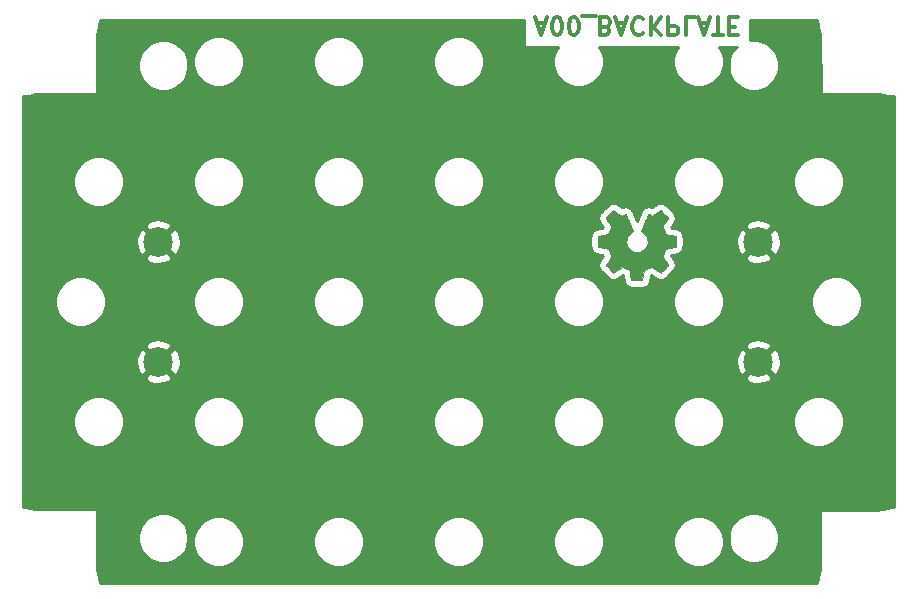
<source format=gbr>
G04 #@! TF.GenerationSoftware,KiCad,Pcbnew,5.1.5-52549c5~86~ubuntu18.04.1*
G04 #@! TF.CreationDate,2020-08-18T13:39:39-05:00*
G04 #@! TF.ProjectId,A00,4130302e-6b69-4636-9164-5f7063625858,rev?*
G04 #@! TF.SameCoordinates,Original*
G04 #@! TF.FileFunction,Copper,L2,Bot*
G04 #@! TF.FilePolarity,Positive*
%FSLAX46Y46*%
G04 Gerber Fmt 4.6, Leading zero omitted, Abs format (unit mm)*
G04 Created by KiCad (PCBNEW 5.1.5-52549c5~86~ubuntu18.04.1) date 2020-08-18 13:39:39*
%MOMM*%
%LPD*%
G04 APERTURE LIST*
%ADD10C,0.300000*%
%ADD11C,0.010000*%
%ADD12C,2.499360*%
%ADD13C,0.254000*%
G04 APERTURE END LIST*
D10*
X144128600Y-100867400D02*
X144842885Y-100867400D01*
X143985742Y-100438828D02*
X144485742Y-101938828D01*
X144985742Y-100438828D01*
X145771457Y-101938828D02*
X145914314Y-101938828D01*
X146057171Y-101867400D01*
X146128600Y-101795971D01*
X146200028Y-101653114D01*
X146271457Y-101367400D01*
X146271457Y-101010257D01*
X146200028Y-100724542D01*
X146128600Y-100581685D01*
X146057171Y-100510257D01*
X145914314Y-100438828D01*
X145771457Y-100438828D01*
X145628600Y-100510257D01*
X145557171Y-100581685D01*
X145485742Y-100724542D01*
X145414314Y-101010257D01*
X145414314Y-101367400D01*
X145485742Y-101653114D01*
X145557171Y-101795971D01*
X145628600Y-101867400D01*
X145771457Y-101938828D01*
X147200028Y-101938828D02*
X147342885Y-101938828D01*
X147485742Y-101867400D01*
X147557171Y-101795971D01*
X147628600Y-101653114D01*
X147700028Y-101367400D01*
X147700028Y-101010257D01*
X147628600Y-100724542D01*
X147557171Y-100581685D01*
X147485742Y-100510257D01*
X147342885Y-100438828D01*
X147200028Y-100438828D01*
X147057171Y-100510257D01*
X146985742Y-100581685D01*
X146914314Y-100724542D01*
X146842885Y-101010257D01*
X146842885Y-101367400D01*
X146914314Y-101653114D01*
X146985742Y-101795971D01*
X147057171Y-101867400D01*
X147200028Y-101938828D01*
X147985742Y-100295971D02*
X149128600Y-100295971D01*
X149985742Y-101224542D02*
X150200028Y-101153114D01*
X150271457Y-101081685D01*
X150342885Y-100938828D01*
X150342885Y-100724542D01*
X150271457Y-100581685D01*
X150200028Y-100510257D01*
X150057171Y-100438828D01*
X149485742Y-100438828D01*
X149485742Y-101938828D01*
X149985742Y-101938828D01*
X150128600Y-101867400D01*
X150200028Y-101795971D01*
X150271457Y-101653114D01*
X150271457Y-101510257D01*
X150200028Y-101367400D01*
X150128600Y-101295971D01*
X149985742Y-101224542D01*
X149485742Y-101224542D01*
X150914314Y-100867400D02*
X151628600Y-100867400D01*
X150771457Y-100438828D02*
X151271457Y-101938828D01*
X151771457Y-100438828D01*
X153128600Y-100581685D02*
X153057171Y-100510257D01*
X152842885Y-100438828D01*
X152700028Y-100438828D01*
X152485742Y-100510257D01*
X152342885Y-100653114D01*
X152271457Y-100795971D01*
X152200028Y-101081685D01*
X152200028Y-101295971D01*
X152271457Y-101581685D01*
X152342885Y-101724542D01*
X152485742Y-101867400D01*
X152700028Y-101938828D01*
X152842885Y-101938828D01*
X153057171Y-101867400D01*
X153128600Y-101795971D01*
X153771457Y-100438828D02*
X153771457Y-101938828D01*
X154628600Y-100438828D02*
X153985742Y-101295971D01*
X154628600Y-101938828D02*
X153771457Y-101081685D01*
X155271457Y-100438828D02*
X155271457Y-101938828D01*
X155842885Y-101938828D01*
X155985742Y-101867400D01*
X156057171Y-101795971D01*
X156128600Y-101653114D01*
X156128600Y-101438828D01*
X156057171Y-101295971D01*
X155985742Y-101224542D01*
X155842885Y-101153114D01*
X155271457Y-101153114D01*
X157485742Y-100438828D02*
X156771457Y-100438828D01*
X156771457Y-101938828D01*
X157914314Y-100867400D02*
X158628600Y-100867400D01*
X157771457Y-100438828D02*
X158271457Y-101938828D01*
X158771457Y-100438828D01*
X159057171Y-101938828D02*
X159914314Y-101938828D01*
X159485742Y-100438828D02*
X159485742Y-101938828D01*
X160414314Y-101224542D02*
X160914314Y-101224542D01*
X161128600Y-100438828D02*
X160414314Y-100438828D01*
X160414314Y-101938828D01*
X161128600Y-101938828D01*
D11*
G36*
X153159014Y-122241269D02*
G01*
X153242835Y-121796645D01*
X153552120Y-121669147D01*
X153861406Y-121541649D01*
X154232446Y-121793954D01*
X154336357Y-121864204D01*
X154430287Y-121926928D01*
X154509852Y-121979262D01*
X154570670Y-122018343D01*
X154608357Y-122041307D01*
X154618621Y-122046258D01*
X154637110Y-122033524D01*
X154676620Y-121998318D01*
X154732722Y-121945138D01*
X154800987Y-121878482D01*
X154876986Y-121802846D01*
X154956292Y-121722728D01*
X155034475Y-121642626D01*
X155107107Y-121567036D01*
X155169759Y-121500455D01*
X155218003Y-121447382D01*
X155247410Y-121412313D01*
X155254441Y-121400577D01*
X155244323Y-121378940D01*
X155215959Y-121331538D01*
X155172329Y-121263007D01*
X155116418Y-121177985D01*
X155051206Y-121081107D01*
X155013419Y-121025850D01*
X154944543Y-120924952D01*
X154883340Y-120833901D01*
X154832778Y-120757230D01*
X154795828Y-120699472D01*
X154775458Y-120665157D01*
X154772397Y-120657946D01*
X154779336Y-120637452D01*
X154798251Y-120589687D01*
X154826287Y-120521368D01*
X154860591Y-120439211D01*
X154898309Y-120349930D01*
X154936587Y-120260242D01*
X154972570Y-120176862D01*
X155003406Y-120106506D01*
X155026239Y-120055890D01*
X155038217Y-120031729D01*
X155038924Y-120030778D01*
X155057731Y-120026164D01*
X155107818Y-120015872D01*
X155183993Y-120000913D01*
X155281065Y-119982299D01*
X155393843Y-119961041D01*
X155459642Y-119948782D01*
X155580150Y-119925838D01*
X155688997Y-119904005D01*
X155780676Y-119884478D01*
X155849681Y-119868452D01*
X155890504Y-119857121D01*
X155898711Y-119853526D01*
X155906748Y-119829194D01*
X155913233Y-119774241D01*
X155918170Y-119695092D01*
X155921564Y-119598174D01*
X155923418Y-119489913D01*
X155923738Y-119376735D01*
X155922527Y-119265065D01*
X155919790Y-119161332D01*
X155915531Y-119071959D01*
X155909755Y-119003374D01*
X155902467Y-118962003D01*
X155898095Y-118953390D01*
X155871964Y-118943067D01*
X155816593Y-118928308D01*
X155739307Y-118910848D01*
X155647430Y-118892420D01*
X155615358Y-118886459D01*
X155460724Y-118858134D01*
X155338575Y-118835324D01*
X155244873Y-118817120D01*
X155175584Y-118802617D01*
X155126671Y-118790908D01*
X155094097Y-118781085D01*
X155073828Y-118772244D01*
X155061826Y-118763476D01*
X155060147Y-118761743D01*
X155043384Y-118733829D01*
X155017814Y-118679505D01*
X154985988Y-118605423D01*
X154950460Y-118518235D01*
X154913783Y-118424592D01*
X154878511Y-118331148D01*
X154847196Y-118244553D01*
X154822393Y-118171460D01*
X154806654Y-118118522D01*
X154802532Y-118092389D01*
X154802876Y-118091474D01*
X154816841Y-118070114D01*
X154848522Y-118023116D01*
X154894591Y-117955373D01*
X154951718Y-117871777D01*
X155016573Y-117777218D01*
X155035043Y-117750346D01*
X155100899Y-117652925D01*
X155158850Y-117564037D01*
X155205738Y-117488788D01*
X155238407Y-117432280D01*
X155253700Y-117399619D01*
X155254441Y-117395607D01*
X155241592Y-117374516D01*
X155206088Y-117332736D01*
X155152493Y-117274755D01*
X155085371Y-117205065D01*
X155009287Y-117128155D01*
X154928804Y-117048517D01*
X154848487Y-116970639D01*
X154772899Y-116899014D01*
X154706605Y-116838130D01*
X154654169Y-116792479D01*
X154620155Y-116766550D01*
X154610745Y-116762317D01*
X154588843Y-116772288D01*
X154544000Y-116799180D01*
X154483521Y-116838464D01*
X154436989Y-116870083D01*
X154352675Y-116928102D01*
X154252826Y-116996416D01*
X154152673Y-117064621D01*
X154098827Y-117101125D01*
X153916571Y-117224400D01*
X153763581Y-117141680D01*
X153693882Y-117105441D01*
X153634614Y-117077274D01*
X153594511Y-117061209D01*
X153584303Y-117058974D01*
X153572029Y-117075478D01*
X153547813Y-117122118D01*
X153513463Y-117194591D01*
X153470788Y-117288594D01*
X153421594Y-117399826D01*
X153367690Y-117523985D01*
X153310884Y-117656768D01*
X153252982Y-117793873D01*
X153195793Y-117930998D01*
X153141124Y-118063842D01*
X153090784Y-118188102D01*
X153046580Y-118299475D01*
X153010319Y-118393661D01*
X152983809Y-118466356D01*
X152968858Y-118513259D01*
X152966454Y-118529367D01*
X152985511Y-118549914D01*
X153027236Y-118583267D01*
X153082906Y-118622498D01*
X153087578Y-118625601D01*
X153231464Y-118740777D01*
X153347483Y-118875147D01*
X153434630Y-119024416D01*
X153491899Y-119184287D01*
X153518286Y-119350463D01*
X153512785Y-119518648D01*
X153474390Y-119684545D01*
X153402095Y-119843858D01*
X153380826Y-119878713D01*
X153270196Y-120019463D01*
X153139502Y-120132486D01*
X152993264Y-120217197D01*
X152836008Y-120273006D01*
X152672257Y-120299326D01*
X152506533Y-120295570D01*
X152343362Y-120261150D01*
X152187265Y-120195477D01*
X152042767Y-120097965D01*
X151998069Y-120058387D01*
X151884312Y-119934497D01*
X151801418Y-119804076D01*
X151744556Y-119657885D01*
X151712887Y-119513112D01*
X151705069Y-119350340D01*
X151731138Y-119186760D01*
X151788445Y-119027902D01*
X151874344Y-118879294D01*
X151986186Y-118746465D01*
X152121323Y-118634944D01*
X152139083Y-118623189D01*
X152195350Y-118584692D01*
X152238123Y-118551337D01*
X152258572Y-118530040D01*
X152258869Y-118529367D01*
X152254479Y-118506329D01*
X152237076Y-118454043D01*
X152208468Y-118376810D01*
X152170465Y-118278932D01*
X152124874Y-118164709D01*
X152073503Y-118038442D01*
X152018162Y-117904433D01*
X151960658Y-117766982D01*
X151902801Y-117630392D01*
X151846398Y-117498963D01*
X151793258Y-117376995D01*
X151745190Y-117268791D01*
X151704001Y-117178651D01*
X151671501Y-117110877D01*
X151649497Y-117069770D01*
X151640636Y-117058974D01*
X151613560Y-117067381D01*
X151562897Y-117089928D01*
X151497383Y-117122587D01*
X151461359Y-117141680D01*
X151308368Y-117224400D01*
X151126112Y-117101125D01*
X151033075Y-117037972D01*
X150931215Y-116968473D01*
X150835762Y-116903035D01*
X150787950Y-116870083D01*
X150720705Y-116824927D01*
X150663764Y-116789143D01*
X150624554Y-116767262D01*
X150611819Y-116762637D01*
X150593283Y-116775115D01*
X150552259Y-116809948D01*
X150492725Y-116863522D01*
X150418658Y-116932217D01*
X150334035Y-117012419D01*
X150280515Y-117063914D01*
X150186881Y-117155914D01*
X150105959Y-117238201D01*
X150041023Y-117307255D01*
X149995342Y-117359556D01*
X149972189Y-117391584D01*
X149969968Y-117398084D01*
X149980276Y-117422806D01*
X150008761Y-117472795D01*
X150052263Y-117542988D01*
X150107623Y-117628325D01*
X150171680Y-117723744D01*
X150189897Y-117750346D01*
X150256273Y-117847033D01*
X150315822Y-117934083D01*
X150365216Y-118006605D01*
X150401125Y-118059707D01*
X150420219Y-118088497D01*
X150422064Y-118091474D01*
X150419305Y-118114418D01*
X150404662Y-118164864D01*
X150380687Y-118236159D01*
X150349934Y-118321653D01*
X150314956Y-118414693D01*
X150278307Y-118508626D01*
X150242539Y-118596801D01*
X150210206Y-118672566D01*
X150183862Y-118729269D01*
X150166058Y-118760257D01*
X150164793Y-118761743D01*
X150153906Y-118770599D01*
X150135518Y-118779357D01*
X150105594Y-118788923D01*
X150060097Y-118800204D01*
X149994991Y-118814107D01*
X149906239Y-118831537D01*
X149789807Y-118853402D01*
X149641658Y-118880609D01*
X149609582Y-118886459D01*
X149514514Y-118904826D01*
X149431635Y-118922795D01*
X149368270Y-118938631D01*
X149331742Y-118950600D01*
X149326844Y-118953390D01*
X149318773Y-118978128D01*
X149312213Y-119033410D01*
X149307167Y-119112811D01*
X149303641Y-119209904D01*
X149301639Y-119318262D01*
X149301164Y-119431460D01*
X149302223Y-119543072D01*
X149304818Y-119646671D01*
X149308954Y-119735832D01*
X149314637Y-119804128D01*
X149321869Y-119845134D01*
X149326229Y-119853526D01*
X149350502Y-119861992D01*
X149405774Y-119875765D01*
X149486538Y-119893650D01*
X149587288Y-119914452D01*
X149702517Y-119936977D01*
X149765298Y-119948782D01*
X149884413Y-119971049D01*
X149990635Y-119991221D01*
X150078773Y-120008285D01*
X150143634Y-120021231D01*
X150180026Y-120029045D01*
X150186016Y-120030778D01*
X150196139Y-120050310D01*
X150217538Y-120097357D01*
X150247361Y-120165197D01*
X150282755Y-120247109D01*
X150320868Y-120336372D01*
X150358847Y-120426265D01*
X150393840Y-120510065D01*
X150422994Y-120581053D01*
X150443457Y-120632506D01*
X150452377Y-120657703D01*
X150452543Y-120658804D01*
X150442431Y-120678681D01*
X150414083Y-120724423D01*
X150370477Y-120791483D01*
X150314594Y-120875316D01*
X150249413Y-120971374D01*
X150211521Y-121026550D01*
X150142475Y-121127719D01*
X150081150Y-121219570D01*
X150030537Y-121297456D01*
X149993629Y-121356731D01*
X149973418Y-121392749D01*
X149970499Y-121400823D01*
X149983047Y-121419616D01*
X150017737Y-121459743D01*
X150070137Y-121516707D01*
X150135816Y-121586015D01*
X150210344Y-121663169D01*
X150289287Y-121743675D01*
X150368217Y-121823037D01*
X150442700Y-121896760D01*
X150508306Y-121960348D01*
X150560604Y-122009306D01*
X150595161Y-122039139D01*
X150606722Y-122046258D01*
X150625546Y-122036247D01*
X150670569Y-122008122D01*
X150737413Y-121964746D01*
X150821701Y-121908982D01*
X150919056Y-121843694D01*
X150992493Y-121793954D01*
X151363533Y-121541649D01*
X151982105Y-121796645D01*
X152065925Y-122241269D01*
X152149746Y-122685893D01*
X153075194Y-122685893D01*
X153159014Y-122241269D01*
G37*
X153159014Y-122241269D02*
X153242835Y-121796645D01*
X153552120Y-121669147D01*
X153861406Y-121541649D01*
X154232446Y-121793954D01*
X154336357Y-121864204D01*
X154430287Y-121926928D01*
X154509852Y-121979262D01*
X154570670Y-122018343D01*
X154608357Y-122041307D01*
X154618621Y-122046258D01*
X154637110Y-122033524D01*
X154676620Y-121998318D01*
X154732722Y-121945138D01*
X154800987Y-121878482D01*
X154876986Y-121802846D01*
X154956292Y-121722728D01*
X155034475Y-121642626D01*
X155107107Y-121567036D01*
X155169759Y-121500455D01*
X155218003Y-121447382D01*
X155247410Y-121412313D01*
X155254441Y-121400577D01*
X155244323Y-121378940D01*
X155215959Y-121331538D01*
X155172329Y-121263007D01*
X155116418Y-121177985D01*
X155051206Y-121081107D01*
X155013419Y-121025850D01*
X154944543Y-120924952D01*
X154883340Y-120833901D01*
X154832778Y-120757230D01*
X154795828Y-120699472D01*
X154775458Y-120665157D01*
X154772397Y-120657946D01*
X154779336Y-120637452D01*
X154798251Y-120589687D01*
X154826287Y-120521368D01*
X154860591Y-120439211D01*
X154898309Y-120349930D01*
X154936587Y-120260242D01*
X154972570Y-120176862D01*
X155003406Y-120106506D01*
X155026239Y-120055890D01*
X155038217Y-120031729D01*
X155038924Y-120030778D01*
X155057731Y-120026164D01*
X155107818Y-120015872D01*
X155183993Y-120000913D01*
X155281065Y-119982299D01*
X155393843Y-119961041D01*
X155459642Y-119948782D01*
X155580150Y-119925838D01*
X155688997Y-119904005D01*
X155780676Y-119884478D01*
X155849681Y-119868452D01*
X155890504Y-119857121D01*
X155898711Y-119853526D01*
X155906748Y-119829194D01*
X155913233Y-119774241D01*
X155918170Y-119695092D01*
X155921564Y-119598174D01*
X155923418Y-119489913D01*
X155923738Y-119376735D01*
X155922527Y-119265065D01*
X155919790Y-119161332D01*
X155915531Y-119071959D01*
X155909755Y-119003374D01*
X155902467Y-118962003D01*
X155898095Y-118953390D01*
X155871964Y-118943067D01*
X155816593Y-118928308D01*
X155739307Y-118910848D01*
X155647430Y-118892420D01*
X155615358Y-118886459D01*
X155460724Y-118858134D01*
X155338575Y-118835324D01*
X155244873Y-118817120D01*
X155175584Y-118802617D01*
X155126671Y-118790908D01*
X155094097Y-118781085D01*
X155073828Y-118772244D01*
X155061826Y-118763476D01*
X155060147Y-118761743D01*
X155043384Y-118733829D01*
X155017814Y-118679505D01*
X154985988Y-118605423D01*
X154950460Y-118518235D01*
X154913783Y-118424592D01*
X154878511Y-118331148D01*
X154847196Y-118244553D01*
X154822393Y-118171460D01*
X154806654Y-118118522D01*
X154802532Y-118092389D01*
X154802876Y-118091474D01*
X154816841Y-118070114D01*
X154848522Y-118023116D01*
X154894591Y-117955373D01*
X154951718Y-117871777D01*
X155016573Y-117777218D01*
X155035043Y-117750346D01*
X155100899Y-117652925D01*
X155158850Y-117564037D01*
X155205738Y-117488788D01*
X155238407Y-117432280D01*
X155253700Y-117399619D01*
X155254441Y-117395607D01*
X155241592Y-117374516D01*
X155206088Y-117332736D01*
X155152493Y-117274755D01*
X155085371Y-117205065D01*
X155009287Y-117128155D01*
X154928804Y-117048517D01*
X154848487Y-116970639D01*
X154772899Y-116899014D01*
X154706605Y-116838130D01*
X154654169Y-116792479D01*
X154620155Y-116766550D01*
X154610745Y-116762317D01*
X154588843Y-116772288D01*
X154544000Y-116799180D01*
X154483521Y-116838464D01*
X154436989Y-116870083D01*
X154352675Y-116928102D01*
X154252826Y-116996416D01*
X154152673Y-117064621D01*
X154098827Y-117101125D01*
X153916571Y-117224400D01*
X153763581Y-117141680D01*
X153693882Y-117105441D01*
X153634614Y-117077274D01*
X153594511Y-117061209D01*
X153584303Y-117058974D01*
X153572029Y-117075478D01*
X153547813Y-117122118D01*
X153513463Y-117194591D01*
X153470788Y-117288594D01*
X153421594Y-117399826D01*
X153367690Y-117523985D01*
X153310884Y-117656768D01*
X153252982Y-117793873D01*
X153195793Y-117930998D01*
X153141124Y-118063842D01*
X153090784Y-118188102D01*
X153046580Y-118299475D01*
X153010319Y-118393661D01*
X152983809Y-118466356D01*
X152968858Y-118513259D01*
X152966454Y-118529367D01*
X152985511Y-118549914D01*
X153027236Y-118583267D01*
X153082906Y-118622498D01*
X153087578Y-118625601D01*
X153231464Y-118740777D01*
X153347483Y-118875147D01*
X153434630Y-119024416D01*
X153491899Y-119184287D01*
X153518286Y-119350463D01*
X153512785Y-119518648D01*
X153474390Y-119684545D01*
X153402095Y-119843858D01*
X153380826Y-119878713D01*
X153270196Y-120019463D01*
X153139502Y-120132486D01*
X152993264Y-120217197D01*
X152836008Y-120273006D01*
X152672257Y-120299326D01*
X152506533Y-120295570D01*
X152343362Y-120261150D01*
X152187265Y-120195477D01*
X152042767Y-120097965D01*
X151998069Y-120058387D01*
X151884312Y-119934497D01*
X151801418Y-119804076D01*
X151744556Y-119657885D01*
X151712887Y-119513112D01*
X151705069Y-119350340D01*
X151731138Y-119186760D01*
X151788445Y-119027902D01*
X151874344Y-118879294D01*
X151986186Y-118746465D01*
X152121323Y-118634944D01*
X152139083Y-118623189D01*
X152195350Y-118584692D01*
X152238123Y-118551337D01*
X152258572Y-118530040D01*
X152258869Y-118529367D01*
X152254479Y-118506329D01*
X152237076Y-118454043D01*
X152208468Y-118376810D01*
X152170465Y-118278932D01*
X152124874Y-118164709D01*
X152073503Y-118038442D01*
X152018162Y-117904433D01*
X151960658Y-117766982D01*
X151902801Y-117630392D01*
X151846398Y-117498963D01*
X151793258Y-117376995D01*
X151745190Y-117268791D01*
X151704001Y-117178651D01*
X151671501Y-117110877D01*
X151649497Y-117069770D01*
X151640636Y-117058974D01*
X151613560Y-117067381D01*
X151562897Y-117089928D01*
X151497383Y-117122587D01*
X151461359Y-117141680D01*
X151308368Y-117224400D01*
X151126112Y-117101125D01*
X151033075Y-117037972D01*
X150931215Y-116968473D01*
X150835762Y-116903035D01*
X150787950Y-116870083D01*
X150720705Y-116824927D01*
X150663764Y-116789143D01*
X150624554Y-116767262D01*
X150611819Y-116762637D01*
X150593283Y-116775115D01*
X150552259Y-116809948D01*
X150492725Y-116863522D01*
X150418658Y-116932217D01*
X150334035Y-117012419D01*
X150280515Y-117063914D01*
X150186881Y-117155914D01*
X150105959Y-117238201D01*
X150041023Y-117307255D01*
X149995342Y-117359556D01*
X149972189Y-117391584D01*
X149969968Y-117398084D01*
X149980276Y-117422806D01*
X150008761Y-117472795D01*
X150052263Y-117542988D01*
X150107623Y-117628325D01*
X150171680Y-117723744D01*
X150189897Y-117750346D01*
X150256273Y-117847033D01*
X150315822Y-117934083D01*
X150365216Y-118006605D01*
X150401125Y-118059707D01*
X150420219Y-118088497D01*
X150422064Y-118091474D01*
X150419305Y-118114418D01*
X150404662Y-118164864D01*
X150380687Y-118236159D01*
X150349934Y-118321653D01*
X150314956Y-118414693D01*
X150278307Y-118508626D01*
X150242539Y-118596801D01*
X150210206Y-118672566D01*
X150183862Y-118729269D01*
X150166058Y-118760257D01*
X150164793Y-118761743D01*
X150153906Y-118770599D01*
X150135518Y-118779357D01*
X150105594Y-118788923D01*
X150060097Y-118800204D01*
X149994991Y-118814107D01*
X149906239Y-118831537D01*
X149789807Y-118853402D01*
X149641658Y-118880609D01*
X149609582Y-118886459D01*
X149514514Y-118904826D01*
X149431635Y-118922795D01*
X149368270Y-118938631D01*
X149331742Y-118950600D01*
X149326844Y-118953390D01*
X149318773Y-118978128D01*
X149312213Y-119033410D01*
X149307167Y-119112811D01*
X149303641Y-119209904D01*
X149301639Y-119318262D01*
X149301164Y-119431460D01*
X149302223Y-119543072D01*
X149304818Y-119646671D01*
X149308954Y-119735832D01*
X149314637Y-119804128D01*
X149321869Y-119845134D01*
X149326229Y-119853526D01*
X149350502Y-119861992D01*
X149405774Y-119875765D01*
X149486538Y-119893650D01*
X149587288Y-119914452D01*
X149702517Y-119936977D01*
X149765298Y-119948782D01*
X149884413Y-119971049D01*
X149990635Y-119991221D01*
X150078773Y-120008285D01*
X150143634Y-120021231D01*
X150180026Y-120029045D01*
X150186016Y-120030778D01*
X150196139Y-120050310D01*
X150217538Y-120097357D01*
X150247361Y-120165197D01*
X150282755Y-120247109D01*
X150320868Y-120336372D01*
X150358847Y-120426265D01*
X150393840Y-120510065D01*
X150422994Y-120581053D01*
X150443457Y-120632506D01*
X150452377Y-120657703D01*
X150452543Y-120658804D01*
X150442431Y-120678681D01*
X150414083Y-120724423D01*
X150370477Y-120791483D01*
X150314594Y-120875316D01*
X150249413Y-120971374D01*
X150211521Y-121026550D01*
X150142475Y-121127719D01*
X150081150Y-121219570D01*
X150030537Y-121297456D01*
X149993629Y-121356731D01*
X149973418Y-121392749D01*
X149970499Y-121400823D01*
X149983047Y-121419616D01*
X150017737Y-121459743D01*
X150070137Y-121516707D01*
X150135816Y-121586015D01*
X150210344Y-121663169D01*
X150289287Y-121743675D01*
X150368217Y-121823037D01*
X150442700Y-121896760D01*
X150508306Y-121960348D01*
X150560604Y-122009306D01*
X150595161Y-122039139D01*
X150606722Y-122046258D01*
X150625546Y-122036247D01*
X150670569Y-122008122D01*
X150737413Y-121964746D01*
X150821701Y-121908982D01*
X150919056Y-121843694D01*
X150992493Y-121793954D01*
X151363533Y-121541649D01*
X151982105Y-121796645D01*
X152065925Y-122241269D01*
X152149746Y-122685893D01*
X153075194Y-122685893D01*
X153159014Y-122241269D01*
D12*
X162900000Y-129580000D03*
X162900000Y-119420000D03*
X112100000Y-129580000D03*
X112100000Y-119420000D03*
D13*
G36*
X143057885Y-102907400D02*
G01*
X145942581Y-102907400D01*
X145767988Y-103168698D01*
X145607047Y-103557244D01*
X145525000Y-103969721D01*
X145525000Y-104390279D01*
X145607047Y-104802756D01*
X145767988Y-105191302D01*
X146001637Y-105540983D01*
X146299017Y-105838363D01*
X146648698Y-106072012D01*
X147037244Y-106232953D01*
X147449721Y-106315000D01*
X147870279Y-106315000D01*
X148282756Y-106232953D01*
X148671302Y-106072012D01*
X149020983Y-105838363D01*
X149318363Y-105540983D01*
X149552012Y-105191302D01*
X149712953Y-104802756D01*
X149795000Y-104390279D01*
X149795000Y-103969721D01*
X149712953Y-103557244D01*
X149552012Y-103168698D01*
X149377419Y-102907400D01*
X156102581Y-102907400D01*
X155927988Y-103168698D01*
X155767047Y-103557244D01*
X155685000Y-103969721D01*
X155685000Y-104390279D01*
X155767047Y-104802756D01*
X155927988Y-105191302D01*
X156161637Y-105540983D01*
X156459017Y-105838363D01*
X156808698Y-106072012D01*
X157197244Y-106232953D01*
X157609721Y-106315000D01*
X158030279Y-106315000D01*
X158442756Y-106232953D01*
X158831302Y-106072012D01*
X159180983Y-105838363D01*
X159478363Y-105540983D01*
X159712012Y-105191302D01*
X159872953Y-104802756D01*
X159955000Y-104390279D01*
X159955000Y-103969721D01*
X159872953Y-103557244D01*
X159712012Y-103168698D01*
X159537419Y-102907400D01*
X161073254Y-102907400D01*
X160841637Y-103139017D01*
X160607988Y-103488698D01*
X160447047Y-103877244D01*
X160365000Y-104289721D01*
X160365000Y-104710279D01*
X160447047Y-105122756D01*
X160607988Y-105511302D01*
X160841637Y-105860983D01*
X161139017Y-106158363D01*
X161488698Y-106392012D01*
X161877244Y-106552953D01*
X162289721Y-106635000D01*
X162710279Y-106635000D01*
X163122756Y-106552953D01*
X163511302Y-106392012D01*
X163860983Y-106158363D01*
X164158363Y-105860983D01*
X164392012Y-105511302D01*
X164552953Y-105122756D01*
X164635000Y-104710279D01*
X164635000Y-104289721D01*
X164552953Y-103877244D01*
X164392012Y-103488698D01*
X164158363Y-103139017D01*
X163860983Y-102841637D01*
X163511302Y-102607988D01*
X163122756Y-102447047D01*
X162710279Y-102365000D01*
X162289721Y-102365000D01*
X162199314Y-102382983D01*
X162199314Y-100660000D01*
X167889903Y-100660000D01*
X167922061Y-101068607D01*
X167938262Y-101170898D01*
X168116878Y-101914888D01*
X168173409Y-106757682D01*
X168176138Y-106782429D01*
X168183643Y-106806167D01*
X168195634Y-106827985D01*
X168211652Y-106847045D01*
X168231080Y-106862613D01*
X168253172Y-106874092D01*
X168277079Y-106881040D01*
X168300400Y-106883200D01*
X173085438Y-106883200D01*
X173829102Y-107061738D01*
X173931393Y-107077939D01*
X174340000Y-107110097D01*
X174340001Y-141889903D01*
X173931393Y-141922061D01*
X173829102Y-141938262D01*
X172920240Y-142156461D01*
X168224688Y-142138401D01*
X168199903Y-142140746D01*
X168176051Y-142147881D01*
X168154049Y-142159533D01*
X168134743Y-142175253D01*
X168118876Y-142194437D01*
X168107055Y-142216348D01*
X168099736Y-142240145D01*
X168097200Y-142265400D01*
X168097200Y-147167078D01*
X167938262Y-147829102D01*
X167922061Y-147931393D01*
X167889903Y-148340000D01*
X107110097Y-148340000D01*
X107077939Y-147931393D01*
X107061738Y-147829102D01*
X106914688Y-147216597D01*
X106925988Y-144289721D01*
X110365000Y-144289721D01*
X110365000Y-144710279D01*
X110447047Y-145122756D01*
X110607988Y-145511302D01*
X110841637Y-145860983D01*
X111139017Y-146158363D01*
X111488698Y-146392012D01*
X111877244Y-146552953D01*
X112289721Y-146635000D01*
X112710279Y-146635000D01*
X113122756Y-146552953D01*
X113511302Y-146392012D01*
X113860983Y-146158363D01*
X114158363Y-145860983D01*
X114392012Y-145511302D01*
X114552953Y-145122756D01*
X114635000Y-144710279D01*
X114635000Y-144609721D01*
X115045000Y-144609721D01*
X115045000Y-145030279D01*
X115127047Y-145442756D01*
X115287988Y-145831302D01*
X115521637Y-146180983D01*
X115819017Y-146478363D01*
X116168698Y-146712012D01*
X116557244Y-146872953D01*
X116969721Y-146955000D01*
X117390279Y-146955000D01*
X117802756Y-146872953D01*
X118191302Y-146712012D01*
X118540983Y-146478363D01*
X118838363Y-146180983D01*
X119072012Y-145831302D01*
X119232953Y-145442756D01*
X119315000Y-145030279D01*
X119315000Y-144609721D01*
X125205000Y-144609721D01*
X125205000Y-145030279D01*
X125287047Y-145442756D01*
X125447988Y-145831302D01*
X125681637Y-146180983D01*
X125979017Y-146478363D01*
X126328698Y-146712012D01*
X126717244Y-146872953D01*
X127129721Y-146955000D01*
X127550279Y-146955000D01*
X127962756Y-146872953D01*
X128351302Y-146712012D01*
X128700983Y-146478363D01*
X128998363Y-146180983D01*
X129232012Y-145831302D01*
X129392953Y-145442756D01*
X129475000Y-145030279D01*
X129475000Y-144609721D01*
X135365000Y-144609721D01*
X135365000Y-145030279D01*
X135447047Y-145442756D01*
X135607988Y-145831302D01*
X135841637Y-146180983D01*
X136139017Y-146478363D01*
X136488698Y-146712012D01*
X136877244Y-146872953D01*
X137289721Y-146955000D01*
X137710279Y-146955000D01*
X138122756Y-146872953D01*
X138511302Y-146712012D01*
X138860983Y-146478363D01*
X139158363Y-146180983D01*
X139392012Y-145831302D01*
X139552953Y-145442756D01*
X139635000Y-145030279D01*
X139635000Y-144609721D01*
X145525000Y-144609721D01*
X145525000Y-145030279D01*
X145607047Y-145442756D01*
X145767988Y-145831302D01*
X146001637Y-146180983D01*
X146299017Y-146478363D01*
X146648698Y-146712012D01*
X147037244Y-146872953D01*
X147449721Y-146955000D01*
X147870279Y-146955000D01*
X148282756Y-146872953D01*
X148671302Y-146712012D01*
X149020983Y-146478363D01*
X149318363Y-146180983D01*
X149552012Y-145831302D01*
X149712953Y-145442756D01*
X149795000Y-145030279D01*
X149795000Y-144609721D01*
X155685000Y-144609721D01*
X155685000Y-145030279D01*
X155767047Y-145442756D01*
X155927988Y-145831302D01*
X156161637Y-146180983D01*
X156459017Y-146478363D01*
X156808698Y-146712012D01*
X157197244Y-146872953D01*
X157609721Y-146955000D01*
X158030279Y-146955000D01*
X158442756Y-146872953D01*
X158831302Y-146712012D01*
X159180983Y-146478363D01*
X159478363Y-146180983D01*
X159712012Y-145831302D01*
X159872953Y-145442756D01*
X159955000Y-145030279D01*
X159955000Y-144609721D01*
X159891348Y-144289721D01*
X160365000Y-144289721D01*
X160365000Y-144710279D01*
X160447047Y-145122756D01*
X160607988Y-145511302D01*
X160841637Y-145860983D01*
X161139017Y-146158363D01*
X161488698Y-146392012D01*
X161877244Y-146552953D01*
X162289721Y-146635000D01*
X162710279Y-146635000D01*
X163122756Y-146552953D01*
X163511302Y-146392012D01*
X163860983Y-146158363D01*
X164158363Y-145860983D01*
X164392012Y-145511302D01*
X164552953Y-145122756D01*
X164635000Y-144710279D01*
X164635000Y-144289721D01*
X164552953Y-143877244D01*
X164392012Y-143488698D01*
X164158363Y-143139017D01*
X163860983Y-142841637D01*
X163511302Y-142607988D01*
X163122756Y-142447047D01*
X162710279Y-142365000D01*
X162289721Y-142365000D01*
X161877244Y-142447047D01*
X161488698Y-142607988D01*
X161139017Y-142841637D01*
X160841637Y-143139017D01*
X160607988Y-143488698D01*
X160447047Y-143877244D01*
X160365000Y-144289721D01*
X159891348Y-144289721D01*
X159872953Y-144197244D01*
X159712012Y-143808698D01*
X159478363Y-143459017D01*
X159180983Y-143161637D01*
X158831302Y-142927988D01*
X158442756Y-142767047D01*
X158030279Y-142685000D01*
X157609721Y-142685000D01*
X157197244Y-142767047D01*
X156808698Y-142927988D01*
X156459017Y-143161637D01*
X156161637Y-143459017D01*
X155927988Y-143808698D01*
X155767047Y-144197244D01*
X155685000Y-144609721D01*
X149795000Y-144609721D01*
X149712953Y-144197244D01*
X149552012Y-143808698D01*
X149318363Y-143459017D01*
X149020983Y-143161637D01*
X148671302Y-142927988D01*
X148282756Y-142767047D01*
X147870279Y-142685000D01*
X147449721Y-142685000D01*
X147037244Y-142767047D01*
X146648698Y-142927988D01*
X146299017Y-143161637D01*
X146001637Y-143459017D01*
X145767988Y-143808698D01*
X145607047Y-144197244D01*
X145525000Y-144609721D01*
X139635000Y-144609721D01*
X139552953Y-144197244D01*
X139392012Y-143808698D01*
X139158363Y-143459017D01*
X138860983Y-143161637D01*
X138511302Y-142927988D01*
X138122756Y-142767047D01*
X137710279Y-142685000D01*
X137289721Y-142685000D01*
X136877244Y-142767047D01*
X136488698Y-142927988D01*
X136139017Y-143161637D01*
X135841637Y-143459017D01*
X135607988Y-143808698D01*
X135447047Y-144197244D01*
X135365000Y-144609721D01*
X129475000Y-144609721D01*
X129392953Y-144197244D01*
X129232012Y-143808698D01*
X128998363Y-143459017D01*
X128700983Y-143161637D01*
X128351302Y-142927988D01*
X127962756Y-142767047D01*
X127550279Y-142685000D01*
X127129721Y-142685000D01*
X126717244Y-142767047D01*
X126328698Y-142927988D01*
X125979017Y-143161637D01*
X125681637Y-143459017D01*
X125447988Y-143808698D01*
X125287047Y-144197244D01*
X125205000Y-144609721D01*
X119315000Y-144609721D01*
X119232953Y-144197244D01*
X119072012Y-143808698D01*
X118838363Y-143459017D01*
X118540983Y-143161637D01*
X118191302Y-142927988D01*
X117802756Y-142767047D01*
X117390279Y-142685000D01*
X116969721Y-142685000D01*
X116557244Y-142767047D01*
X116168698Y-142927988D01*
X115819017Y-143161637D01*
X115521637Y-143459017D01*
X115287988Y-143808698D01*
X115127047Y-144197244D01*
X115045000Y-144609721D01*
X114635000Y-144609721D01*
X114635000Y-144289721D01*
X114552953Y-143877244D01*
X114392012Y-143488698D01*
X114158363Y-143139017D01*
X113860983Y-142841637D01*
X113511302Y-142607988D01*
X113122756Y-142447047D01*
X112710279Y-142365000D01*
X112289721Y-142365000D01*
X111877244Y-142447047D01*
X111488698Y-142607988D01*
X111139017Y-142841637D01*
X110841637Y-143139017D01*
X110607988Y-143488698D01*
X110447047Y-143877244D01*
X110365000Y-144289721D01*
X106925988Y-144289721D01*
X106933999Y-142215090D01*
X106931654Y-142190305D01*
X106924519Y-142166453D01*
X106912868Y-142144451D01*
X106897149Y-142125145D01*
X106877965Y-142109277D01*
X106856053Y-142097456D01*
X106832257Y-142090137D01*
X106807000Y-142087600D01*
X101792935Y-142087600D01*
X101170898Y-141938262D01*
X101068607Y-141922061D01*
X100660000Y-141889903D01*
X100660000Y-134449721D01*
X104885000Y-134449721D01*
X104885000Y-134870279D01*
X104967047Y-135282756D01*
X105127988Y-135671302D01*
X105361637Y-136020983D01*
X105659017Y-136318363D01*
X106008698Y-136552012D01*
X106397244Y-136712953D01*
X106809721Y-136795000D01*
X107230279Y-136795000D01*
X107642756Y-136712953D01*
X108031302Y-136552012D01*
X108380983Y-136318363D01*
X108678363Y-136020983D01*
X108912012Y-135671302D01*
X109072953Y-135282756D01*
X109155000Y-134870279D01*
X109155000Y-134449721D01*
X115045000Y-134449721D01*
X115045000Y-134870279D01*
X115127047Y-135282756D01*
X115287988Y-135671302D01*
X115521637Y-136020983D01*
X115819017Y-136318363D01*
X116168698Y-136552012D01*
X116557244Y-136712953D01*
X116969721Y-136795000D01*
X117390279Y-136795000D01*
X117802756Y-136712953D01*
X118191302Y-136552012D01*
X118540983Y-136318363D01*
X118838363Y-136020983D01*
X119072012Y-135671302D01*
X119232953Y-135282756D01*
X119315000Y-134870279D01*
X119315000Y-134449721D01*
X125205000Y-134449721D01*
X125205000Y-134870279D01*
X125287047Y-135282756D01*
X125447988Y-135671302D01*
X125681637Y-136020983D01*
X125979017Y-136318363D01*
X126328698Y-136552012D01*
X126717244Y-136712953D01*
X127129721Y-136795000D01*
X127550279Y-136795000D01*
X127962756Y-136712953D01*
X128351302Y-136552012D01*
X128700983Y-136318363D01*
X128998363Y-136020983D01*
X129232012Y-135671302D01*
X129392953Y-135282756D01*
X129475000Y-134870279D01*
X129475000Y-134449721D01*
X135365000Y-134449721D01*
X135365000Y-134870279D01*
X135447047Y-135282756D01*
X135607988Y-135671302D01*
X135841637Y-136020983D01*
X136139017Y-136318363D01*
X136488698Y-136552012D01*
X136877244Y-136712953D01*
X137289721Y-136795000D01*
X137710279Y-136795000D01*
X138122756Y-136712953D01*
X138511302Y-136552012D01*
X138860983Y-136318363D01*
X139158363Y-136020983D01*
X139392012Y-135671302D01*
X139552953Y-135282756D01*
X139635000Y-134870279D01*
X139635000Y-134449721D01*
X145525000Y-134449721D01*
X145525000Y-134870279D01*
X145607047Y-135282756D01*
X145767988Y-135671302D01*
X146001637Y-136020983D01*
X146299017Y-136318363D01*
X146648698Y-136552012D01*
X147037244Y-136712953D01*
X147449721Y-136795000D01*
X147870279Y-136795000D01*
X148282756Y-136712953D01*
X148671302Y-136552012D01*
X149020983Y-136318363D01*
X149318363Y-136020983D01*
X149552012Y-135671302D01*
X149712953Y-135282756D01*
X149795000Y-134870279D01*
X149795000Y-134449721D01*
X155685000Y-134449721D01*
X155685000Y-134870279D01*
X155767047Y-135282756D01*
X155927988Y-135671302D01*
X156161637Y-136020983D01*
X156459017Y-136318363D01*
X156808698Y-136552012D01*
X157197244Y-136712953D01*
X157609721Y-136795000D01*
X158030279Y-136795000D01*
X158442756Y-136712953D01*
X158831302Y-136552012D01*
X159180983Y-136318363D01*
X159478363Y-136020983D01*
X159712012Y-135671302D01*
X159872953Y-135282756D01*
X159955000Y-134870279D01*
X159955000Y-134449721D01*
X165845000Y-134449721D01*
X165845000Y-134870279D01*
X165927047Y-135282756D01*
X166087988Y-135671302D01*
X166321637Y-136020983D01*
X166619017Y-136318363D01*
X166968698Y-136552012D01*
X167357244Y-136712953D01*
X167769721Y-136795000D01*
X168190279Y-136795000D01*
X168602756Y-136712953D01*
X168991302Y-136552012D01*
X169340983Y-136318363D01*
X169638363Y-136020983D01*
X169872012Y-135671302D01*
X170032953Y-135282756D01*
X170115000Y-134870279D01*
X170115000Y-134449721D01*
X170032953Y-134037244D01*
X169872012Y-133648698D01*
X169638363Y-133299017D01*
X169340983Y-133001637D01*
X168991302Y-132767988D01*
X168602756Y-132607047D01*
X168190279Y-132525000D01*
X167769721Y-132525000D01*
X167357244Y-132607047D01*
X166968698Y-132767988D01*
X166619017Y-133001637D01*
X166321637Y-133299017D01*
X166087988Y-133648698D01*
X165927047Y-134037244D01*
X165845000Y-134449721D01*
X159955000Y-134449721D01*
X159872953Y-134037244D01*
X159712012Y-133648698D01*
X159478363Y-133299017D01*
X159180983Y-133001637D01*
X158831302Y-132767988D01*
X158442756Y-132607047D01*
X158030279Y-132525000D01*
X157609721Y-132525000D01*
X157197244Y-132607047D01*
X156808698Y-132767988D01*
X156459017Y-133001637D01*
X156161637Y-133299017D01*
X155927988Y-133648698D01*
X155767047Y-134037244D01*
X155685000Y-134449721D01*
X149795000Y-134449721D01*
X149712953Y-134037244D01*
X149552012Y-133648698D01*
X149318363Y-133299017D01*
X149020983Y-133001637D01*
X148671302Y-132767988D01*
X148282756Y-132607047D01*
X147870279Y-132525000D01*
X147449721Y-132525000D01*
X147037244Y-132607047D01*
X146648698Y-132767988D01*
X146299017Y-133001637D01*
X146001637Y-133299017D01*
X145767988Y-133648698D01*
X145607047Y-134037244D01*
X145525000Y-134449721D01*
X139635000Y-134449721D01*
X139552953Y-134037244D01*
X139392012Y-133648698D01*
X139158363Y-133299017D01*
X138860983Y-133001637D01*
X138511302Y-132767988D01*
X138122756Y-132607047D01*
X137710279Y-132525000D01*
X137289721Y-132525000D01*
X136877244Y-132607047D01*
X136488698Y-132767988D01*
X136139017Y-133001637D01*
X135841637Y-133299017D01*
X135607988Y-133648698D01*
X135447047Y-134037244D01*
X135365000Y-134449721D01*
X129475000Y-134449721D01*
X129392953Y-134037244D01*
X129232012Y-133648698D01*
X128998363Y-133299017D01*
X128700983Y-133001637D01*
X128351302Y-132767988D01*
X127962756Y-132607047D01*
X127550279Y-132525000D01*
X127129721Y-132525000D01*
X126717244Y-132607047D01*
X126328698Y-132767988D01*
X125979017Y-133001637D01*
X125681637Y-133299017D01*
X125447988Y-133648698D01*
X125287047Y-134037244D01*
X125205000Y-134449721D01*
X119315000Y-134449721D01*
X119232953Y-134037244D01*
X119072012Y-133648698D01*
X118838363Y-133299017D01*
X118540983Y-133001637D01*
X118191302Y-132767988D01*
X117802756Y-132607047D01*
X117390279Y-132525000D01*
X116969721Y-132525000D01*
X116557244Y-132607047D01*
X116168698Y-132767988D01*
X115819017Y-133001637D01*
X115521637Y-133299017D01*
X115287988Y-133648698D01*
X115127047Y-134037244D01*
X115045000Y-134449721D01*
X109155000Y-134449721D01*
X109072953Y-134037244D01*
X108912012Y-133648698D01*
X108678363Y-133299017D01*
X108380983Y-133001637D01*
X108031302Y-132767988D01*
X107642756Y-132607047D01*
X107230279Y-132525000D01*
X106809721Y-132525000D01*
X106397244Y-132607047D01*
X106008698Y-132767988D01*
X105659017Y-133001637D01*
X105361637Y-133299017D01*
X105127988Y-133648698D01*
X104967047Y-134037244D01*
X104885000Y-134449721D01*
X100660000Y-134449721D01*
X100660000Y-130893377D01*
X110966229Y-130893377D01*
X111092104Y-131183315D01*
X111424262Y-131349139D01*
X111782387Y-131446975D01*
X112152719Y-131473065D01*
X112521025Y-131426405D01*
X112873151Y-131308789D01*
X113107896Y-131183315D01*
X113233771Y-130893377D01*
X161766229Y-130893377D01*
X161892104Y-131183315D01*
X162224262Y-131349139D01*
X162582387Y-131446975D01*
X162952719Y-131473065D01*
X163321025Y-131426405D01*
X163673151Y-131308789D01*
X163907896Y-131183315D01*
X164033771Y-130893377D01*
X162900000Y-129759605D01*
X161766229Y-130893377D01*
X113233771Y-130893377D01*
X112100000Y-129759605D01*
X110966229Y-130893377D01*
X100660000Y-130893377D01*
X100660000Y-129632719D01*
X110206935Y-129632719D01*
X110253595Y-130001025D01*
X110371211Y-130353151D01*
X110496685Y-130587896D01*
X110786623Y-130713771D01*
X111920395Y-129580000D01*
X112279605Y-129580000D01*
X113413377Y-130713771D01*
X113703315Y-130587896D01*
X113869139Y-130255738D01*
X113966975Y-129897613D01*
X113985636Y-129632719D01*
X161006935Y-129632719D01*
X161053595Y-130001025D01*
X161171211Y-130353151D01*
X161296685Y-130587896D01*
X161586623Y-130713771D01*
X162720395Y-129580000D01*
X163079605Y-129580000D01*
X164213377Y-130713771D01*
X164503315Y-130587896D01*
X164669139Y-130255738D01*
X164766975Y-129897613D01*
X164793065Y-129527281D01*
X164746405Y-129158975D01*
X164628789Y-128806849D01*
X164503315Y-128572104D01*
X164213377Y-128446229D01*
X163079605Y-129580000D01*
X162720395Y-129580000D01*
X161586623Y-128446229D01*
X161296685Y-128572104D01*
X161130861Y-128904262D01*
X161033025Y-129262387D01*
X161006935Y-129632719D01*
X113985636Y-129632719D01*
X113993065Y-129527281D01*
X113946405Y-129158975D01*
X113828789Y-128806849D01*
X113703315Y-128572104D01*
X113413377Y-128446229D01*
X112279605Y-129580000D01*
X111920395Y-129580000D01*
X110786623Y-128446229D01*
X110496685Y-128572104D01*
X110330861Y-128904262D01*
X110233025Y-129262387D01*
X110206935Y-129632719D01*
X100660000Y-129632719D01*
X100660000Y-128266623D01*
X110966229Y-128266623D01*
X112100000Y-129400395D01*
X113233771Y-128266623D01*
X161766229Y-128266623D01*
X162900000Y-129400395D01*
X164033771Y-128266623D01*
X163907896Y-127976685D01*
X163575738Y-127810861D01*
X163217613Y-127713025D01*
X162847281Y-127686935D01*
X162478975Y-127733595D01*
X162126849Y-127851211D01*
X161892104Y-127976685D01*
X161766229Y-128266623D01*
X113233771Y-128266623D01*
X113107896Y-127976685D01*
X112775738Y-127810861D01*
X112417613Y-127713025D01*
X112047281Y-127686935D01*
X111678975Y-127733595D01*
X111326849Y-127851211D01*
X111092104Y-127976685D01*
X110966229Y-128266623D01*
X100660000Y-128266623D01*
X100660000Y-124289721D01*
X103365000Y-124289721D01*
X103365000Y-124710279D01*
X103447047Y-125122756D01*
X103607988Y-125511302D01*
X103841637Y-125860983D01*
X104139017Y-126158363D01*
X104488698Y-126392012D01*
X104877244Y-126552953D01*
X105289721Y-126635000D01*
X105710279Y-126635000D01*
X106122756Y-126552953D01*
X106511302Y-126392012D01*
X106860983Y-126158363D01*
X107158363Y-125860983D01*
X107392012Y-125511302D01*
X107552953Y-125122756D01*
X107635000Y-124710279D01*
X107635000Y-124289721D01*
X115045000Y-124289721D01*
X115045000Y-124710279D01*
X115127047Y-125122756D01*
X115287988Y-125511302D01*
X115521637Y-125860983D01*
X115819017Y-126158363D01*
X116168698Y-126392012D01*
X116557244Y-126552953D01*
X116969721Y-126635000D01*
X117390279Y-126635000D01*
X117802756Y-126552953D01*
X118191302Y-126392012D01*
X118540983Y-126158363D01*
X118838363Y-125860983D01*
X119072012Y-125511302D01*
X119232953Y-125122756D01*
X119315000Y-124710279D01*
X119315000Y-124289721D01*
X125205000Y-124289721D01*
X125205000Y-124710279D01*
X125287047Y-125122756D01*
X125447988Y-125511302D01*
X125681637Y-125860983D01*
X125979017Y-126158363D01*
X126328698Y-126392012D01*
X126717244Y-126552953D01*
X127129721Y-126635000D01*
X127550279Y-126635000D01*
X127962756Y-126552953D01*
X128351302Y-126392012D01*
X128700983Y-126158363D01*
X128998363Y-125860983D01*
X129232012Y-125511302D01*
X129392953Y-125122756D01*
X129475000Y-124710279D01*
X129475000Y-124289721D01*
X135365000Y-124289721D01*
X135365000Y-124710279D01*
X135447047Y-125122756D01*
X135607988Y-125511302D01*
X135841637Y-125860983D01*
X136139017Y-126158363D01*
X136488698Y-126392012D01*
X136877244Y-126552953D01*
X137289721Y-126635000D01*
X137710279Y-126635000D01*
X138122756Y-126552953D01*
X138511302Y-126392012D01*
X138860983Y-126158363D01*
X139158363Y-125860983D01*
X139392012Y-125511302D01*
X139552953Y-125122756D01*
X139635000Y-124710279D01*
X139635000Y-124289721D01*
X145525000Y-124289721D01*
X145525000Y-124710279D01*
X145607047Y-125122756D01*
X145767988Y-125511302D01*
X146001637Y-125860983D01*
X146299017Y-126158363D01*
X146648698Y-126392012D01*
X147037244Y-126552953D01*
X147449721Y-126635000D01*
X147870279Y-126635000D01*
X148282756Y-126552953D01*
X148671302Y-126392012D01*
X149020983Y-126158363D01*
X149318363Y-125860983D01*
X149552012Y-125511302D01*
X149712953Y-125122756D01*
X149795000Y-124710279D01*
X149795000Y-124289721D01*
X155685000Y-124289721D01*
X155685000Y-124710279D01*
X155767047Y-125122756D01*
X155927988Y-125511302D01*
X156161637Y-125860983D01*
X156459017Y-126158363D01*
X156808698Y-126392012D01*
X157197244Y-126552953D01*
X157609721Y-126635000D01*
X158030279Y-126635000D01*
X158442756Y-126552953D01*
X158831302Y-126392012D01*
X159180983Y-126158363D01*
X159478363Y-125860983D01*
X159712012Y-125511302D01*
X159872953Y-125122756D01*
X159955000Y-124710279D01*
X159955000Y-124289721D01*
X167365000Y-124289721D01*
X167365000Y-124710279D01*
X167447047Y-125122756D01*
X167607988Y-125511302D01*
X167841637Y-125860983D01*
X168139017Y-126158363D01*
X168488698Y-126392012D01*
X168877244Y-126552953D01*
X169289721Y-126635000D01*
X169710279Y-126635000D01*
X170122756Y-126552953D01*
X170511302Y-126392012D01*
X170860983Y-126158363D01*
X171158363Y-125860983D01*
X171392012Y-125511302D01*
X171552953Y-125122756D01*
X171635000Y-124710279D01*
X171635000Y-124289721D01*
X171552953Y-123877244D01*
X171392012Y-123488698D01*
X171158363Y-123139017D01*
X170860983Y-122841637D01*
X170511302Y-122607988D01*
X170122756Y-122447047D01*
X169710279Y-122365000D01*
X169289721Y-122365000D01*
X168877244Y-122447047D01*
X168488698Y-122607988D01*
X168139017Y-122841637D01*
X167841637Y-123139017D01*
X167607988Y-123488698D01*
X167447047Y-123877244D01*
X167365000Y-124289721D01*
X159955000Y-124289721D01*
X159872953Y-123877244D01*
X159712012Y-123488698D01*
X159478363Y-123139017D01*
X159180983Y-122841637D01*
X158831302Y-122607988D01*
X158442756Y-122447047D01*
X158030279Y-122365000D01*
X157609721Y-122365000D01*
X157197244Y-122447047D01*
X156808698Y-122607988D01*
X156459017Y-122841637D01*
X156161637Y-123139017D01*
X155927988Y-123488698D01*
X155767047Y-123877244D01*
X155685000Y-124289721D01*
X149795000Y-124289721D01*
X149712953Y-123877244D01*
X149552012Y-123488698D01*
X149318363Y-123139017D01*
X149020983Y-122841637D01*
X148671302Y-122607988D01*
X148282756Y-122447047D01*
X147870279Y-122365000D01*
X147449721Y-122365000D01*
X147037244Y-122447047D01*
X146648698Y-122607988D01*
X146299017Y-122841637D01*
X146001637Y-123139017D01*
X145767988Y-123488698D01*
X145607047Y-123877244D01*
X145525000Y-124289721D01*
X139635000Y-124289721D01*
X139552953Y-123877244D01*
X139392012Y-123488698D01*
X139158363Y-123139017D01*
X138860983Y-122841637D01*
X138511302Y-122607988D01*
X138122756Y-122447047D01*
X137710279Y-122365000D01*
X137289721Y-122365000D01*
X136877244Y-122447047D01*
X136488698Y-122607988D01*
X136139017Y-122841637D01*
X135841637Y-123139017D01*
X135607988Y-123488698D01*
X135447047Y-123877244D01*
X135365000Y-124289721D01*
X129475000Y-124289721D01*
X129392953Y-123877244D01*
X129232012Y-123488698D01*
X128998363Y-123139017D01*
X128700983Y-122841637D01*
X128351302Y-122607988D01*
X127962756Y-122447047D01*
X127550279Y-122365000D01*
X127129721Y-122365000D01*
X126717244Y-122447047D01*
X126328698Y-122607988D01*
X125979017Y-122841637D01*
X125681637Y-123139017D01*
X125447988Y-123488698D01*
X125287047Y-123877244D01*
X125205000Y-124289721D01*
X119315000Y-124289721D01*
X119232953Y-123877244D01*
X119072012Y-123488698D01*
X118838363Y-123139017D01*
X118540983Y-122841637D01*
X118191302Y-122607988D01*
X117802756Y-122447047D01*
X117390279Y-122365000D01*
X116969721Y-122365000D01*
X116557244Y-122447047D01*
X116168698Y-122607988D01*
X115819017Y-122841637D01*
X115521637Y-123139017D01*
X115287988Y-123488698D01*
X115127047Y-123877244D01*
X115045000Y-124289721D01*
X107635000Y-124289721D01*
X107552953Y-123877244D01*
X107392012Y-123488698D01*
X107158363Y-123139017D01*
X106860983Y-122841637D01*
X106511302Y-122607988D01*
X106122756Y-122447047D01*
X105710279Y-122365000D01*
X105289721Y-122365000D01*
X104877244Y-122447047D01*
X104488698Y-122607988D01*
X104139017Y-122841637D01*
X103841637Y-123139017D01*
X103607988Y-123488698D01*
X103447047Y-123877244D01*
X103365000Y-124289721D01*
X100660000Y-124289721D01*
X100660000Y-120733377D01*
X110966229Y-120733377D01*
X111092104Y-121023315D01*
X111424262Y-121189139D01*
X111782387Y-121286975D01*
X112152719Y-121313065D01*
X112521025Y-121266405D01*
X112873151Y-121148789D01*
X113107896Y-121023315D01*
X113233771Y-120733377D01*
X112100000Y-119599605D01*
X110966229Y-120733377D01*
X100660000Y-120733377D01*
X100660000Y-119472719D01*
X110206935Y-119472719D01*
X110253595Y-119841025D01*
X110371211Y-120193151D01*
X110496685Y-120427896D01*
X110786623Y-120553771D01*
X111920395Y-119420000D01*
X112279605Y-119420000D01*
X113413377Y-120553771D01*
X113703315Y-120427896D01*
X113869139Y-120095738D01*
X113966975Y-119737613D01*
X113988745Y-119428596D01*
X148661170Y-119428596D01*
X148661193Y-119437532D01*
X148662252Y-119549144D01*
X148662307Y-119549651D01*
X148662262Y-119550163D01*
X148662424Y-119559098D01*
X148665019Y-119662697D01*
X148665308Y-119665036D01*
X148665153Y-119667398D01*
X148665505Y-119676327D01*
X148669641Y-119765489D01*
X148670688Y-119772705D01*
X148670479Y-119779993D01*
X148671158Y-119788904D01*
X148676841Y-119857200D01*
X148681311Y-119881659D01*
X148682873Y-119906475D01*
X148684364Y-119915286D01*
X148691596Y-119956292D01*
X148699793Y-119985647D01*
X148705008Y-120015669D01*
X148716548Y-120045649D01*
X148725190Y-120076596D01*
X148738931Y-120103796D01*
X148742507Y-120113085D01*
X148747007Y-120125743D01*
X148748060Y-120127511D01*
X148749879Y-120132237D01*
X148753944Y-120140195D01*
X148758304Y-120148587D01*
X148772857Y-120170950D01*
X148781512Y-120188083D01*
X148792507Y-120202155D01*
X148810912Y-120233064D01*
X148819463Y-120242570D01*
X148826431Y-120253278D01*
X148856829Y-120284478D01*
X148858415Y-120286508D01*
X148860877Y-120288633D01*
X148861142Y-120288905D01*
X148894445Y-120325928D01*
X148904682Y-120333594D01*
X148913596Y-120342743D01*
X148954592Y-120370968D01*
X148994426Y-120400797D01*
X149005942Y-120406322D01*
X149016476Y-120413574D01*
X149062178Y-120433300D01*
X149068587Y-120436374D01*
X149070022Y-120437257D01*
X149071820Y-120437925D01*
X149107043Y-120454823D01*
X149115460Y-120457824D01*
X149139733Y-120466290D01*
X149163842Y-120472135D01*
X149187099Y-120480781D01*
X149195755Y-120483002D01*
X149251027Y-120496775D01*
X149254945Y-120497353D01*
X149258689Y-120498634D01*
X149267400Y-120500627D01*
X149348164Y-120518512D01*
X149348275Y-120518525D01*
X149348387Y-120518562D01*
X149357126Y-120520429D01*
X149457876Y-120541231D01*
X149457991Y-120541243D01*
X149464505Y-120542564D01*
X149579734Y-120565089D01*
X149579895Y-120565104D01*
X149584248Y-120565954D01*
X149647028Y-120577759D01*
X149647072Y-120577763D01*
X149647696Y-120577884D01*
X149732260Y-120593692D01*
X149720817Y-120610557D01*
X149683949Y-120664241D01*
X149683900Y-120664329D01*
X149682899Y-120665775D01*
X149613853Y-120766944D01*
X149613792Y-120767056D01*
X149610207Y-120772346D01*
X149548881Y-120864197D01*
X149548851Y-120864253D01*
X149544506Y-120870840D01*
X149493892Y-120948726D01*
X149493096Y-120950261D01*
X149492022Y-120951620D01*
X149487247Y-120959173D01*
X149450339Y-121018447D01*
X149445842Y-121027542D01*
X149439923Y-121035780D01*
X149435496Y-121043542D01*
X149415285Y-121079560D01*
X149395944Y-121123624D01*
X149394257Y-121127039D01*
X149381679Y-121150044D01*
X149379533Y-121156862D01*
X149374641Y-121166771D01*
X149371544Y-121175154D01*
X149368625Y-121183227D01*
X149367030Y-121189497D01*
X149365082Y-121193934D01*
X149359549Y-121218895D01*
X149357602Y-121226547D01*
X149344182Y-121269189D01*
X149342229Y-121286962D01*
X149337824Y-121304276D01*
X149335426Y-121348893D01*
X149330542Y-121393349D01*
X149332079Y-121411163D01*
X149331120Y-121429002D01*
X149337435Y-121473244D01*
X149341278Y-121517793D01*
X149346244Y-121534961D01*
X149348769Y-121552655D01*
X149363563Y-121594844D01*
X149375982Y-121637781D01*
X149384188Y-121653659D01*
X149390102Y-121670524D01*
X149412799Y-121709020D01*
X149420720Y-121724346D01*
X149422446Y-121728365D01*
X149423870Y-121730441D01*
X149433329Y-121748744D01*
X149438240Y-121756210D01*
X149450788Y-121775003D01*
X149473139Y-121802280D01*
X149493091Y-121831373D01*
X149498888Y-121838174D01*
X149533578Y-121878301D01*
X149537507Y-121882037D01*
X149540709Y-121886410D01*
X149546713Y-121893028D01*
X149599113Y-121949992D01*
X149599320Y-121950177D01*
X149599489Y-121950401D01*
X149605590Y-121956930D01*
X149671269Y-122026238D01*
X149671374Y-122026329D01*
X149675502Y-122030662D01*
X149750030Y-122107816D01*
X149750149Y-122107917D01*
X149753382Y-122111260D01*
X149832325Y-122191766D01*
X149832443Y-122191865D01*
X149835505Y-122194987D01*
X149914435Y-122274349D01*
X149914559Y-122274451D01*
X149917995Y-122277900D01*
X149992478Y-122351623D01*
X149992573Y-122351701D01*
X149997275Y-122356321D01*
X150062881Y-122419909D01*
X150063731Y-122420585D01*
X150064442Y-122421418D01*
X150070923Y-122427570D01*
X150123221Y-122476528D01*
X150129922Y-122481672D01*
X150135658Y-122487867D01*
X150142381Y-122493754D01*
X150176938Y-122523587D01*
X150215160Y-122550554D01*
X150252007Y-122579367D01*
X150259583Y-122584105D01*
X150271144Y-122591224D01*
X150276540Y-122593859D01*
X150279000Y-122595594D01*
X150286468Y-122598919D01*
X150298448Y-122607121D01*
X150341414Y-122625532D01*
X150383387Y-122646025D01*
X150398687Y-122650074D01*
X150413258Y-122656318D01*
X150458997Y-122666036D01*
X150504136Y-122677982D01*
X150519937Y-122678983D01*
X150535437Y-122682276D01*
X150582162Y-122682924D01*
X150628792Y-122685878D01*
X150644495Y-122683789D01*
X150660331Y-122684009D01*
X150706280Y-122675571D01*
X150752608Y-122669409D01*
X150767609Y-122664309D01*
X150783184Y-122661449D01*
X150826619Y-122644248D01*
X150870867Y-122629205D01*
X150884588Y-122621291D01*
X150899314Y-122615459D01*
X150907233Y-122611318D01*
X150926057Y-122601308D01*
X150940917Y-122591433D01*
X150957009Y-122583726D01*
X150964621Y-122579044D01*
X151009644Y-122550919D01*
X151010480Y-122550275D01*
X151011422Y-122549804D01*
X151018952Y-122544992D01*
X151085795Y-122501616D01*
X151085904Y-122501529D01*
X151090543Y-122498506D01*
X151174831Y-122442742D01*
X151174954Y-122442642D01*
X151178162Y-122440523D01*
X151275517Y-122375235D01*
X151275623Y-122375148D01*
X151277961Y-122373588D01*
X151351398Y-122323848D01*
X151351457Y-122323799D01*
X151352369Y-122323188D01*
X151421263Y-122276341D01*
X151436998Y-122359808D01*
X151437003Y-122359834D01*
X151520824Y-122804458D01*
X151521019Y-122805126D01*
X151521082Y-122805817D01*
X151538552Y-122865174D01*
X151555832Y-122924358D01*
X151556151Y-122924971D01*
X151556348Y-122925641D01*
X151585037Y-122980517D01*
X151613461Y-123035175D01*
X151613895Y-123035717D01*
X151614217Y-123036333D01*
X151652849Y-123084382D01*
X151691516Y-123132689D01*
X151692049Y-123133138D01*
X151692483Y-123133678D01*
X151739819Y-123173397D01*
X151787027Y-123213183D01*
X151787633Y-123213518D01*
X151788167Y-123213966D01*
X151842595Y-123243888D01*
X151896353Y-123273593D01*
X151897010Y-123273803D01*
X151897623Y-123274140D01*
X151956670Y-123292870D01*
X152015330Y-123311618D01*
X152016021Y-123311697D01*
X152016683Y-123311907D01*
X152078085Y-123318795D01*
X152139427Y-123325810D01*
X152140119Y-123325753D01*
X152140810Y-123325831D01*
X152149746Y-123325893D01*
X153075194Y-123325893D01*
X153075884Y-123325825D01*
X153076579Y-123325892D01*
X153138254Y-123319710D01*
X153199504Y-123313704D01*
X153200168Y-123313504D01*
X153200862Y-123313434D01*
X153260010Y-123295436D01*
X153319079Y-123277602D01*
X153319694Y-123277275D01*
X153320358Y-123277073D01*
X153374818Y-123247966D01*
X153429365Y-123218963D01*
X153429903Y-123218524D01*
X153430517Y-123218196D01*
X153478478Y-123178907D01*
X153526160Y-123140018D01*
X153526600Y-123139486D01*
X153527142Y-123139042D01*
X153566607Y-123091126D01*
X153605778Y-123043776D01*
X153606108Y-123043166D01*
X153606551Y-123042628D01*
X153635778Y-122988292D01*
X153665186Y-122933903D01*
X153665393Y-122933235D01*
X153665721Y-122932625D01*
X153683821Y-122873702D01*
X153702122Y-122814583D01*
X153702195Y-122813891D01*
X153702399Y-122813226D01*
X153704116Y-122804457D01*
X153787936Y-122359832D01*
X153803676Y-122276341D01*
X153872569Y-122323188D01*
X153872652Y-122323233D01*
X153873998Y-122324157D01*
X153977908Y-122394406D01*
X153978040Y-122394477D01*
X153980941Y-122396444D01*
X154074871Y-122459168D01*
X154075009Y-122459242D01*
X154078586Y-122461630D01*
X154158151Y-122513964D01*
X154158252Y-122514017D01*
X154163869Y-122517682D01*
X154224687Y-122556763D01*
X154227526Y-122558217D01*
X154230050Y-122560172D01*
X154237649Y-122564875D01*
X154275336Y-122587839D01*
X154299530Y-122599512D01*
X154322280Y-122613811D01*
X154330301Y-122617749D01*
X154340566Y-122622700D01*
X154358996Y-122629463D01*
X154376353Y-122638631D01*
X154387557Y-122641980D01*
X154387834Y-122642114D01*
X154389126Y-122642450D01*
X154417509Y-122650934D01*
X154457826Y-122665729D01*
X154477211Y-122668782D01*
X154496026Y-122674407D01*
X154538801Y-122678483D01*
X154581211Y-122685163D01*
X154600820Y-122684393D01*
X154620369Y-122686256D01*
X154663105Y-122681948D01*
X154706021Y-122680263D01*
X154725116Y-122675697D01*
X154744645Y-122673728D01*
X154785718Y-122661204D01*
X154827502Y-122651212D01*
X154845353Y-122643021D01*
X154864121Y-122637298D01*
X154901981Y-122617035D01*
X154941027Y-122599118D01*
X154956936Y-122587623D01*
X154974246Y-122578359D01*
X154981641Y-122573341D01*
X155000130Y-122560607D01*
X155027228Y-122537742D01*
X155056171Y-122517248D01*
X155062884Y-122511349D01*
X155102394Y-122476143D01*
X155106063Y-122472166D01*
X155110383Y-122468903D01*
X155116911Y-122462801D01*
X155173013Y-122409620D01*
X155173188Y-122409418D01*
X155173405Y-122409249D01*
X155179842Y-122403051D01*
X155248106Y-122336395D01*
X155248195Y-122336289D01*
X155252451Y-122332112D01*
X155328449Y-122256477D01*
X155328548Y-122256357D01*
X155331833Y-122253084D01*
X155411139Y-122172966D01*
X155411241Y-122172841D01*
X155414293Y-122169757D01*
X155492477Y-122089655D01*
X155492578Y-122089529D01*
X155495963Y-122086055D01*
X155568595Y-122010464D01*
X155568668Y-122010371D01*
X155573199Y-122005623D01*
X155635851Y-121939042D01*
X155636492Y-121938212D01*
X155637283Y-121937516D01*
X155643339Y-121930945D01*
X155691583Y-121877872D01*
X155696568Y-121871177D01*
X155702616Y-121865414D01*
X155708405Y-121858607D01*
X155737812Y-121823538D01*
X155763837Y-121785502D01*
X155791778Y-121748859D01*
X155796424Y-121741226D01*
X155803455Y-121729490D01*
X155806354Y-121723365D01*
X155808346Y-121720453D01*
X155814188Y-121706811D01*
X155828232Y-121677134D01*
X155853763Y-121625108D01*
X155854939Y-121620700D01*
X155856885Y-121616588D01*
X155871008Y-121560468D01*
X155885960Y-121504423D01*
X155886257Y-121499872D01*
X155887368Y-121495459D01*
X155890325Y-121437615D01*
X155894104Y-121379782D01*
X155893512Y-121375265D01*
X155893745Y-121370715D01*
X155885402Y-121313353D01*
X155877881Y-121255934D01*
X155876424Y-121251620D01*
X155875768Y-121247109D01*
X155856456Y-121192496D01*
X155850786Y-121175707D01*
X155849835Y-121171684D01*
X155848258Y-121168223D01*
X155837914Y-121137595D01*
X155834185Y-121129474D01*
X155824067Y-121107837D01*
X155809719Y-121083635D01*
X155798048Y-121058020D01*
X155793513Y-121050321D01*
X155765149Y-121002919D01*
X155762522Y-120999368D01*
X155760580Y-120995401D01*
X155755833Y-120987829D01*
X155712203Y-120919298D01*
X155712045Y-120919097D01*
X155711925Y-120918860D01*
X155707067Y-120911360D01*
X155651156Y-120826338D01*
X155651084Y-120826248D01*
X155647340Y-120820603D01*
X155588626Y-120733377D01*
X161766229Y-120733377D01*
X161892104Y-121023315D01*
X162224262Y-121189139D01*
X162582387Y-121286975D01*
X162952719Y-121313065D01*
X163321025Y-121266405D01*
X163673151Y-121148789D01*
X163907896Y-121023315D01*
X164033771Y-120733377D01*
X162900000Y-119599605D01*
X161766229Y-120733377D01*
X155588626Y-120733377D01*
X155582128Y-120723725D01*
X155582027Y-120723603D01*
X155579494Y-120719843D01*
X155541707Y-120664585D01*
X155493235Y-120593577D01*
X155512126Y-120590016D01*
X155576863Y-120577955D01*
X155576979Y-120577922D01*
X155579344Y-120577488D01*
X155699852Y-120554544D01*
X155699977Y-120554507D01*
X155706017Y-120553339D01*
X155814864Y-120531506D01*
X155814939Y-120531483D01*
X155822322Y-120529964D01*
X155914000Y-120510437D01*
X155915342Y-120510011D01*
X155916741Y-120509847D01*
X155925459Y-120507886D01*
X155994464Y-120491860D01*
X156003154Y-120488923D01*
X156012224Y-120487468D01*
X156020851Y-120485137D01*
X156061673Y-120473807D01*
X156099926Y-120459037D01*
X156139084Y-120446874D01*
X156147294Y-120443345D01*
X156155501Y-120439750D01*
X156167549Y-120433002D01*
X156180486Y-120428159D01*
X156221960Y-120402523D01*
X156264475Y-120378708D01*
X156274981Y-120369749D01*
X156286733Y-120362485D01*
X156322440Y-120329279D01*
X156359518Y-120297662D01*
X156368083Y-120286834D01*
X156378201Y-120277425D01*
X156406771Y-120237925D01*
X156437009Y-120199699D01*
X156443312Y-120187406D01*
X156451404Y-120176218D01*
X156471752Y-120131936D01*
X156493996Y-120088550D01*
X156497790Y-120075268D01*
X156503556Y-120062721D01*
X156506418Y-120054255D01*
X156514455Y-120029923D01*
X156527616Y-119971420D01*
X156541229Y-119913067D01*
X156541836Y-119908215D01*
X156541870Y-119908063D01*
X156541874Y-119907910D01*
X156542338Y-119904200D01*
X156548823Y-119849247D01*
X156549084Y-119836022D01*
X156551373Y-119822999D01*
X156551992Y-119814084D01*
X156556929Y-119734935D01*
X156556777Y-119730654D01*
X156557403Y-119726419D01*
X156557778Y-119717491D01*
X156561172Y-119620573D01*
X156561093Y-119619316D01*
X156561255Y-119618066D01*
X156561470Y-119609133D01*
X156563324Y-119500871D01*
X156563316Y-119500766D01*
X156563328Y-119500658D01*
X156563415Y-119491723D01*
X156563468Y-119472719D01*
X161006935Y-119472719D01*
X161053595Y-119841025D01*
X161171211Y-120193151D01*
X161296685Y-120427896D01*
X161586623Y-120553771D01*
X162720395Y-119420000D01*
X163079605Y-119420000D01*
X164213377Y-120553771D01*
X164503315Y-120427896D01*
X164669139Y-120095738D01*
X164766975Y-119737613D01*
X164793065Y-119367281D01*
X164746405Y-118998975D01*
X164628789Y-118646849D01*
X164503315Y-118412104D01*
X164213377Y-118286229D01*
X163079605Y-119420000D01*
X162720395Y-119420000D01*
X161586623Y-118286229D01*
X161296685Y-118412104D01*
X161130861Y-118744262D01*
X161033025Y-119102387D01*
X161006935Y-119472719D01*
X156563468Y-119472719D01*
X156563734Y-119378737D01*
X156563735Y-119378732D01*
X156563735Y-119378545D01*
X156563734Y-119378537D01*
X156563700Y-119369795D01*
X156562489Y-119258125D01*
X156562435Y-119257626D01*
X156562478Y-119257119D01*
X156562304Y-119248184D01*
X156559567Y-119144451D01*
X156559278Y-119142134D01*
X156559428Y-119139796D01*
X156559065Y-119130867D01*
X156554806Y-119041495D01*
X156553762Y-119034366D01*
X156553962Y-119027160D01*
X156553273Y-119018251D01*
X156547497Y-118949665D01*
X156543073Y-118925591D01*
X156541539Y-118901151D01*
X156540050Y-118892340D01*
X156532762Y-118850969D01*
X156525364Y-118824456D01*
X156520911Y-118797302D01*
X156508620Y-118764449D01*
X156499191Y-118730659D01*
X156490610Y-118713664D01*
X156487899Y-118704931D01*
X156482898Y-118695699D01*
X156477143Y-118680316D01*
X156473154Y-118672320D01*
X156468782Y-118663707D01*
X156452431Y-118638054D01*
X156442891Y-118619160D01*
X156438150Y-118613090D01*
X156428407Y-118595103D01*
X156413881Y-118577571D01*
X156401647Y-118558377D01*
X156374131Y-118529596D01*
X156348715Y-118498921D01*
X156331058Y-118484543D01*
X156315331Y-118468093D01*
X156282745Y-118445201D01*
X156251859Y-118420051D01*
X156231754Y-118409380D01*
X156213124Y-118396293D01*
X156176708Y-118380166D01*
X156141530Y-118361495D01*
X156133242Y-118358154D01*
X156107111Y-118347831D01*
X156075779Y-118338873D01*
X156045418Y-118327020D01*
X156036799Y-118324658D01*
X155981428Y-118309899D01*
X155973714Y-118308632D01*
X155966327Y-118306070D01*
X155957624Y-118304040D01*
X155880338Y-118286580D01*
X155877060Y-118286170D01*
X155873916Y-118285164D01*
X155865167Y-118283346D01*
X155773290Y-118264918D01*
X155773223Y-118264911D01*
X155773153Y-118264890D01*
X155764379Y-118263196D01*
X155732307Y-118257235D01*
X155732217Y-118257227D01*
X155730671Y-118256933D01*
X155577222Y-118228825D01*
X155520282Y-118218192D01*
X155511153Y-118194885D01*
X155509387Y-118190205D01*
X155544362Y-118139211D01*
X155544363Y-118139210D01*
X155562471Y-118112865D01*
X155562547Y-118112728D01*
X155565262Y-118108771D01*
X155566714Y-118106623D01*
X161766229Y-118106623D01*
X162900000Y-119240395D01*
X164033771Y-118106623D01*
X163907896Y-117816685D01*
X163575738Y-117650861D01*
X163217613Y-117553025D01*
X162847281Y-117526935D01*
X162478975Y-117573595D01*
X162126849Y-117691211D01*
X161892104Y-117816685D01*
X161766229Y-118106623D01*
X155566714Y-118106623D01*
X155631118Y-118011350D01*
X155631535Y-118010580D01*
X155632091Y-118009906D01*
X155637023Y-118002454D01*
X155694974Y-117913566D01*
X155695944Y-117911703D01*
X155697253Y-117910047D01*
X155702031Y-117902496D01*
X155748919Y-117827246D01*
X155751637Y-117821754D01*
X155755281Y-117816817D01*
X155759807Y-117809112D01*
X155792476Y-117752604D01*
X155802062Y-117731504D01*
X155814170Y-117711739D01*
X155818016Y-117703673D01*
X155833309Y-117671012D01*
X155838218Y-117657143D01*
X155845135Y-117644168D01*
X155859020Y-117598365D01*
X155874983Y-117553263D01*
X155877102Y-117538719D01*
X155881372Y-117524635D01*
X155883056Y-117515858D01*
X155883797Y-117511846D01*
X155887308Y-117470593D01*
X155893535Y-117429654D01*
X155892592Y-117408491D01*
X155894388Y-117387390D01*
X155889820Y-117346249D01*
X155887977Y-117304872D01*
X155882941Y-117284292D01*
X155880604Y-117263247D01*
X155868127Y-117223760D01*
X155858286Y-117183546D01*
X155849355Y-117164350D01*
X155842971Y-117144145D01*
X155823062Y-117107835D01*
X155805598Y-117070297D01*
X155801002Y-117062633D01*
X155788152Y-117041542D01*
X155760617Y-117004936D01*
X155735024Y-116966932D01*
X155729285Y-116960082D01*
X155693781Y-116918302D01*
X155687370Y-116912102D01*
X155682083Y-116904917D01*
X155676063Y-116898313D01*
X155622468Y-116840332D01*
X155620894Y-116838932D01*
X155619609Y-116837259D01*
X155613455Y-116830780D01*
X155546333Y-116761089D01*
X155546313Y-116761072D01*
X155540356Y-116754967D01*
X155464272Y-116678056D01*
X155464179Y-116677979D01*
X155459441Y-116673225D01*
X155378958Y-116593587D01*
X155378857Y-116593505D01*
X155374322Y-116589046D01*
X155294005Y-116511168D01*
X155293931Y-116511109D01*
X155288693Y-116506076D01*
X155213105Y-116434451D01*
X155212693Y-116434131D01*
X155212345Y-116433731D01*
X155205805Y-116427641D01*
X155139511Y-116366757D01*
X155136282Y-116364327D01*
X155133544Y-116361345D01*
X155126845Y-116355431D01*
X155074409Y-116309780D01*
X155061071Y-116300286D01*
X155049234Y-116288967D01*
X155042165Y-116283501D01*
X155008151Y-116257572D01*
X155002912Y-116254334D01*
X154998323Y-116250228D01*
X154963010Y-116229327D01*
X154952942Y-116221483D01*
X154935786Y-116212846D01*
X154901901Y-116191903D01*
X154896136Y-116189745D01*
X154890835Y-116186608D01*
X154882711Y-116182885D01*
X154873301Y-116178652D01*
X154856868Y-116173115D01*
X154841376Y-116165316D01*
X154800590Y-116153988D01*
X154784918Y-116148123D01*
X154780575Y-116147410D01*
X154754933Y-116138771D01*
X154737738Y-116136532D01*
X154721026Y-116131890D01*
X154675921Y-116128481D01*
X154631073Y-116122640D01*
X154613769Y-116123783D01*
X154596475Y-116122476D01*
X154551573Y-116127892D01*
X154506438Y-116130874D01*
X154489682Y-116135358D01*
X154472467Y-116137434D01*
X154429468Y-116151469D01*
X154385777Y-116163160D01*
X154370218Y-116170809D01*
X154353727Y-116176192D01*
X154345569Y-116179838D01*
X154323667Y-116189809D01*
X154296227Y-116205701D01*
X154267385Y-116218876D01*
X154259690Y-116223418D01*
X154214847Y-116250310D01*
X154209199Y-116254497D01*
X154202906Y-116257649D01*
X154195378Y-116262465D01*
X154134899Y-116301749D01*
X154133186Y-116303117D01*
X154131245Y-116304140D01*
X154123819Y-116309111D01*
X154077288Y-116340730D01*
X154077174Y-116340825D01*
X154074185Y-116342851D01*
X153990496Y-116400440D01*
X153892192Y-116467697D01*
X153870632Y-116482380D01*
X153832505Y-116467106D01*
X153786007Y-116453570D01*
X153754798Y-116442976D01*
X153746040Y-116439747D01*
X153744621Y-116439521D01*
X153740110Y-116437990D01*
X153731394Y-116436019D01*
X153721186Y-116433784D01*
X153715883Y-116433156D01*
X153712577Y-116432194D01*
X153693747Y-116430536D01*
X153671814Y-116427941D01*
X153622685Y-116420126D01*
X153609874Y-116420610D01*
X153597145Y-116419103D01*
X153547578Y-116422961D01*
X153497867Y-116424837D01*
X153485389Y-116427801D01*
X153472616Y-116428795D01*
X153424740Y-116442207D01*
X153376342Y-116453703D01*
X153364684Y-116459031D01*
X153352340Y-116462489D01*
X153307977Y-116484948D01*
X153262738Y-116505623D01*
X153252333Y-116513117D01*
X153240900Y-116518905D01*
X153201741Y-116549555D01*
X153161383Y-116578622D01*
X153152635Y-116587990D01*
X153142541Y-116595891D01*
X153110089Y-116633554D01*
X153076136Y-116669915D01*
X153070754Y-116677048D01*
X153058480Y-116693552D01*
X153034305Y-116733725D01*
X153008200Y-116772663D01*
X153004027Y-116780565D01*
X152979811Y-116827205D01*
X152977143Y-116833861D01*
X152973368Y-116839960D01*
X152969485Y-116848008D01*
X152935135Y-116920481D01*
X152934865Y-116921234D01*
X152934454Y-116921922D01*
X152930703Y-116930033D01*
X152888028Y-117024036D01*
X152887984Y-117024165D01*
X152885476Y-117029731D01*
X152836282Y-117140963D01*
X152836233Y-117141113D01*
X152834534Y-117144953D01*
X152780630Y-117269111D01*
X152780585Y-117269251D01*
X152779275Y-117272255D01*
X152722469Y-117405038D01*
X152722426Y-117405173D01*
X152721305Y-117407778D01*
X152663403Y-117544883D01*
X152663364Y-117545008D01*
X152662295Y-117547522D01*
X152612501Y-117666915D01*
X152609706Y-117660146D01*
X152609640Y-117660022D01*
X152608576Y-117657428D01*
X152551072Y-117519977D01*
X152551007Y-117519856D01*
X152549970Y-117517360D01*
X152492113Y-117380770D01*
X152492046Y-117380646D01*
X152490930Y-117377996D01*
X152434527Y-117246566D01*
X152434456Y-117246438D01*
X152433129Y-117243332D01*
X152379988Y-117121364D01*
X152379915Y-117121233D01*
X152378143Y-117117168D01*
X152330075Y-117008965D01*
X152330016Y-117008861D01*
X152327297Y-117002800D01*
X152286108Y-116912660D01*
X152285374Y-116911396D01*
X152284889Y-116910006D01*
X152281081Y-116901922D01*
X152248580Y-116834147D01*
X152243526Y-116825809D01*
X152239911Y-116816751D01*
X152235749Y-116808843D01*
X152213745Y-116767736D01*
X152181456Y-116719429D01*
X152149824Y-116670679D01*
X152144340Y-116663903D01*
X152144333Y-116663892D01*
X152144325Y-116663884D01*
X152144202Y-116663732D01*
X152135341Y-116652936D01*
X152091710Y-116609272D01*
X152048162Y-116565495D01*
X152047564Y-116565092D01*
X152047053Y-116564581D01*
X151995834Y-116530264D01*
X151944550Y-116495736D01*
X151943882Y-116495456D01*
X151943285Y-116495056D01*
X151886251Y-116471289D01*
X151829362Y-116447433D01*
X151828660Y-116447289D01*
X151827989Y-116447010D01*
X151767384Y-116434766D01*
X151706986Y-116422422D01*
X151706262Y-116422418D01*
X151705556Y-116422275D01*
X151643878Y-116422036D01*
X151582081Y-116421659D01*
X151581372Y-116421795D01*
X151580651Y-116421792D01*
X151520208Y-116433517D01*
X151459408Y-116445169D01*
X151458105Y-116445564D01*
X151458031Y-116445578D01*
X151457954Y-116445609D01*
X151450856Y-116447759D01*
X151423780Y-116456166D01*
X151393182Y-116469059D01*
X151361531Y-116479094D01*
X151354199Y-116482296D01*
X151292472Y-116440180D01*
X151198488Y-116375749D01*
X151151136Y-116343115D01*
X151151077Y-116343082D01*
X151144740Y-116338763D01*
X151077494Y-116293607D01*
X151072881Y-116291125D01*
X151068777Y-116287855D01*
X151061244Y-116283048D01*
X151004303Y-116247264D01*
X150993366Y-116241800D01*
X150983412Y-116234683D01*
X150975639Y-116230274D01*
X150936429Y-116208393D01*
X150893428Y-116189639D01*
X150868689Y-116177380D01*
X150860370Y-116172872D01*
X150858286Y-116172225D01*
X150851401Y-116168813D01*
X150843023Y-116165705D01*
X150830288Y-116161080D01*
X150824613Y-116159627D01*
X150821937Y-116158460D01*
X150808841Y-116155589D01*
X150785388Y-116149585D01*
X150741084Y-116135826D01*
X150724968Y-116134117D01*
X150709284Y-116130102D01*
X150663008Y-116127548D01*
X150616873Y-116122656D01*
X150600731Y-116124110D01*
X150584568Y-116123218D01*
X150538673Y-116129701D01*
X150492471Y-116133863D01*
X150476926Y-116138423D01*
X150460889Y-116140688D01*
X150417107Y-116155969D01*
X150372615Y-116169020D01*
X150358253Y-116176511D01*
X150342960Y-116181849D01*
X150302997Y-116205333D01*
X150295045Y-116209481D01*
X150289530Y-116211792D01*
X150285788Y-116214310D01*
X150261869Y-116226786D01*
X150254422Y-116231725D01*
X150235886Y-116244203D01*
X150211808Y-116264085D01*
X150185898Y-116281518D01*
X150179046Y-116287255D01*
X150138022Y-116322087D01*
X150134710Y-116325509D01*
X150130834Y-116328282D01*
X150124150Y-116334214D01*
X150064617Y-116387788D01*
X150064388Y-116388038D01*
X150064107Y-116388246D01*
X150057513Y-116394277D01*
X149983447Y-116462972D01*
X149983375Y-116463053D01*
X149978407Y-116467697D01*
X149893783Y-116547899D01*
X149893675Y-116548024D01*
X149890296Y-116551230D01*
X149836776Y-116602725D01*
X149836701Y-116602813D01*
X149831967Y-116607400D01*
X149738333Y-116699400D01*
X149737673Y-116700190D01*
X149736873Y-116700839D01*
X149730564Y-116707166D01*
X149649642Y-116789453D01*
X149647947Y-116791552D01*
X149645889Y-116793301D01*
X149639722Y-116799768D01*
X149574786Y-116868822D01*
X149570321Y-116874612D01*
X149564923Y-116879552D01*
X149558998Y-116886242D01*
X149513317Y-116938543D01*
X149498782Y-116958894D01*
X149481959Y-116977406D01*
X149476674Y-116984612D01*
X149453521Y-117016639D01*
X149441247Y-117037675D01*
X149440423Y-117038665D01*
X149438811Y-117041625D01*
X149422827Y-117063255D01*
X149408039Y-117094588D01*
X149390572Y-117124524D01*
X149385178Y-117140134D01*
X149380696Y-117148366D01*
X149376842Y-117160689D01*
X149369516Y-117176212D01*
X149366568Y-117184648D01*
X149364346Y-117191148D01*
X149357469Y-117220319D01*
X149349777Y-117242580D01*
X149348625Y-117250918D01*
X149343415Y-117267579D01*
X149340950Y-117290394D01*
X149335687Y-117312721D01*
X149334259Y-117352333D01*
X149332966Y-117364297D01*
X149332688Y-117366311D01*
X149332709Y-117366675D01*
X149329999Y-117391762D01*
X149332013Y-117414620D01*
X149331186Y-117437546D01*
X149337481Y-117476695D01*
X149340960Y-117516187D01*
X149347373Y-117538211D01*
X149351016Y-117560869D01*
X149364795Y-117598047D01*
X149375878Y-117636112D01*
X149379260Y-117644384D01*
X149389568Y-117669106D01*
X149406065Y-117699828D01*
X149419847Y-117731868D01*
X149424217Y-117739663D01*
X149452702Y-117789652D01*
X149456950Y-117795658D01*
X149460107Y-117802309D01*
X149464762Y-117809938D01*
X149508264Y-117880130D01*
X149509570Y-117881840D01*
X149510535Y-117883768D01*
X149515346Y-117891298D01*
X149570706Y-117976635D01*
X149571059Y-117977078D01*
X149571326Y-117977591D01*
X149576256Y-117985044D01*
X149640312Y-118080463D01*
X149640405Y-118080576D01*
X149643628Y-118085353D01*
X149661845Y-118111955D01*
X149661876Y-118111992D01*
X149662265Y-118112567D01*
X149715558Y-118190197D01*
X149704628Y-118218210D01*
X149672853Y-118224178D01*
X149526362Y-118251080D01*
X149494753Y-118256845D01*
X149494638Y-118256878D01*
X149488180Y-118258079D01*
X149393112Y-118276446D01*
X149390435Y-118277241D01*
X149387653Y-118277525D01*
X149378907Y-118279358D01*
X149296027Y-118297327D01*
X149290700Y-118299041D01*
X149285145Y-118299785D01*
X149276461Y-118301892D01*
X149213096Y-118317728D01*
X149195647Y-118323952D01*
X149177500Y-118327724D01*
X149168989Y-118330448D01*
X149132461Y-118342417D01*
X149077744Y-118366484D01*
X149074918Y-118367699D01*
X149042972Y-118379790D01*
X149034456Y-118385097D01*
X149022767Y-118390123D01*
X149018269Y-118392644D01*
X149018126Y-118392707D01*
X149018001Y-118392794D01*
X149014972Y-118394492D01*
X149010073Y-118397282D01*
X148974233Y-118422627D01*
X148936965Y-118445852D01*
X148923333Y-118458622D01*
X148908091Y-118469401D01*
X148877860Y-118501221D01*
X148845809Y-118531246D01*
X148834917Y-118546421D01*
X148822059Y-118559955D01*
X148798576Y-118597053D01*
X148772976Y-118632720D01*
X148765243Y-118649712D01*
X148755253Y-118665494D01*
X148739424Y-118706445D01*
X148721238Y-118746406D01*
X148718408Y-118754882D01*
X148710337Y-118779620D01*
X148697697Y-118836782D01*
X148684347Y-118893845D01*
X148683383Y-118901513D01*
X148683368Y-118901580D01*
X148683367Y-118901641D01*
X148683232Y-118902712D01*
X148676672Y-118957994D01*
X148676406Y-118971045D01*
X148674130Y-118983905D01*
X148673501Y-118992820D01*
X148668455Y-119072220D01*
X148668600Y-119076461D01*
X148667975Y-119080656D01*
X148667589Y-119089584D01*
X148664063Y-119186677D01*
X148664139Y-119187912D01*
X148663977Y-119189149D01*
X148663750Y-119198082D01*
X148661748Y-119306440D01*
X148661756Y-119306539D01*
X148661744Y-119306641D01*
X148661645Y-119315576D01*
X148661171Y-119428588D01*
X148661170Y-119428596D01*
X113988745Y-119428596D01*
X113993065Y-119367281D01*
X113946405Y-118998975D01*
X113828789Y-118646849D01*
X113703315Y-118412104D01*
X113413377Y-118286229D01*
X112279605Y-119420000D01*
X111920395Y-119420000D01*
X110786623Y-118286229D01*
X110496685Y-118412104D01*
X110330861Y-118744262D01*
X110233025Y-119102387D01*
X110206935Y-119472719D01*
X100660000Y-119472719D01*
X100660000Y-118106623D01*
X110966229Y-118106623D01*
X112100000Y-119240395D01*
X113233771Y-118106623D01*
X113107896Y-117816685D01*
X112775738Y-117650861D01*
X112417613Y-117553025D01*
X112047281Y-117526935D01*
X111678975Y-117573595D01*
X111326849Y-117691211D01*
X111092104Y-117816685D01*
X110966229Y-118106623D01*
X100660000Y-118106623D01*
X100660000Y-114129721D01*
X104885000Y-114129721D01*
X104885000Y-114550279D01*
X104967047Y-114962756D01*
X105127988Y-115351302D01*
X105361637Y-115700983D01*
X105659017Y-115998363D01*
X106008698Y-116232012D01*
X106397244Y-116392953D01*
X106809721Y-116475000D01*
X107230279Y-116475000D01*
X107642756Y-116392953D01*
X108031302Y-116232012D01*
X108380983Y-115998363D01*
X108678363Y-115700983D01*
X108912012Y-115351302D01*
X109072953Y-114962756D01*
X109155000Y-114550279D01*
X109155000Y-114129721D01*
X115045000Y-114129721D01*
X115045000Y-114550279D01*
X115127047Y-114962756D01*
X115287988Y-115351302D01*
X115521637Y-115700983D01*
X115819017Y-115998363D01*
X116168698Y-116232012D01*
X116557244Y-116392953D01*
X116969721Y-116475000D01*
X117390279Y-116475000D01*
X117802756Y-116392953D01*
X118191302Y-116232012D01*
X118540983Y-115998363D01*
X118838363Y-115700983D01*
X119072012Y-115351302D01*
X119232953Y-114962756D01*
X119315000Y-114550279D01*
X119315000Y-114129721D01*
X125205000Y-114129721D01*
X125205000Y-114550279D01*
X125287047Y-114962756D01*
X125447988Y-115351302D01*
X125681637Y-115700983D01*
X125979017Y-115998363D01*
X126328698Y-116232012D01*
X126717244Y-116392953D01*
X127129721Y-116475000D01*
X127550279Y-116475000D01*
X127962756Y-116392953D01*
X128351302Y-116232012D01*
X128700983Y-115998363D01*
X128998363Y-115700983D01*
X129232012Y-115351302D01*
X129392953Y-114962756D01*
X129475000Y-114550279D01*
X129475000Y-114129721D01*
X135365000Y-114129721D01*
X135365000Y-114550279D01*
X135447047Y-114962756D01*
X135607988Y-115351302D01*
X135841637Y-115700983D01*
X136139017Y-115998363D01*
X136488698Y-116232012D01*
X136877244Y-116392953D01*
X137289721Y-116475000D01*
X137710279Y-116475000D01*
X138122756Y-116392953D01*
X138511302Y-116232012D01*
X138860983Y-115998363D01*
X139158363Y-115700983D01*
X139392012Y-115351302D01*
X139552953Y-114962756D01*
X139635000Y-114550279D01*
X139635000Y-114129721D01*
X145525000Y-114129721D01*
X145525000Y-114550279D01*
X145607047Y-114962756D01*
X145767988Y-115351302D01*
X146001637Y-115700983D01*
X146299017Y-115998363D01*
X146648698Y-116232012D01*
X147037244Y-116392953D01*
X147449721Y-116475000D01*
X147870279Y-116475000D01*
X148282756Y-116392953D01*
X148671302Y-116232012D01*
X149020983Y-115998363D01*
X149318363Y-115700983D01*
X149552012Y-115351302D01*
X149712953Y-114962756D01*
X149795000Y-114550279D01*
X149795000Y-114129721D01*
X155685000Y-114129721D01*
X155685000Y-114550279D01*
X155767047Y-114962756D01*
X155927988Y-115351302D01*
X156161637Y-115700983D01*
X156459017Y-115998363D01*
X156808698Y-116232012D01*
X157197244Y-116392953D01*
X157609721Y-116475000D01*
X158030279Y-116475000D01*
X158442756Y-116392953D01*
X158831302Y-116232012D01*
X159180983Y-115998363D01*
X159478363Y-115700983D01*
X159712012Y-115351302D01*
X159872953Y-114962756D01*
X159955000Y-114550279D01*
X159955000Y-114129721D01*
X165845000Y-114129721D01*
X165845000Y-114550279D01*
X165927047Y-114962756D01*
X166087988Y-115351302D01*
X166321637Y-115700983D01*
X166619017Y-115998363D01*
X166968698Y-116232012D01*
X167357244Y-116392953D01*
X167769721Y-116475000D01*
X168190279Y-116475000D01*
X168602756Y-116392953D01*
X168991302Y-116232012D01*
X169340983Y-115998363D01*
X169638363Y-115700983D01*
X169872012Y-115351302D01*
X170032953Y-114962756D01*
X170115000Y-114550279D01*
X170115000Y-114129721D01*
X170032953Y-113717244D01*
X169872012Y-113328698D01*
X169638363Y-112979017D01*
X169340983Y-112681637D01*
X168991302Y-112447988D01*
X168602756Y-112287047D01*
X168190279Y-112205000D01*
X167769721Y-112205000D01*
X167357244Y-112287047D01*
X166968698Y-112447988D01*
X166619017Y-112681637D01*
X166321637Y-112979017D01*
X166087988Y-113328698D01*
X165927047Y-113717244D01*
X165845000Y-114129721D01*
X159955000Y-114129721D01*
X159872953Y-113717244D01*
X159712012Y-113328698D01*
X159478363Y-112979017D01*
X159180983Y-112681637D01*
X158831302Y-112447988D01*
X158442756Y-112287047D01*
X158030279Y-112205000D01*
X157609721Y-112205000D01*
X157197244Y-112287047D01*
X156808698Y-112447988D01*
X156459017Y-112681637D01*
X156161637Y-112979017D01*
X155927988Y-113328698D01*
X155767047Y-113717244D01*
X155685000Y-114129721D01*
X149795000Y-114129721D01*
X149712953Y-113717244D01*
X149552012Y-113328698D01*
X149318363Y-112979017D01*
X149020983Y-112681637D01*
X148671302Y-112447988D01*
X148282756Y-112287047D01*
X147870279Y-112205000D01*
X147449721Y-112205000D01*
X147037244Y-112287047D01*
X146648698Y-112447988D01*
X146299017Y-112681637D01*
X146001637Y-112979017D01*
X145767988Y-113328698D01*
X145607047Y-113717244D01*
X145525000Y-114129721D01*
X139635000Y-114129721D01*
X139552953Y-113717244D01*
X139392012Y-113328698D01*
X139158363Y-112979017D01*
X138860983Y-112681637D01*
X138511302Y-112447988D01*
X138122756Y-112287047D01*
X137710279Y-112205000D01*
X137289721Y-112205000D01*
X136877244Y-112287047D01*
X136488698Y-112447988D01*
X136139017Y-112681637D01*
X135841637Y-112979017D01*
X135607988Y-113328698D01*
X135447047Y-113717244D01*
X135365000Y-114129721D01*
X129475000Y-114129721D01*
X129392953Y-113717244D01*
X129232012Y-113328698D01*
X128998363Y-112979017D01*
X128700983Y-112681637D01*
X128351302Y-112447988D01*
X127962756Y-112287047D01*
X127550279Y-112205000D01*
X127129721Y-112205000D01*
X126717244Y-112287047D01*
X126328698Y-112447988D01*
X125979017Y-112681637D01*
X125681637Y-112979017D01*
X125447988Y-113328698D01*
X125287047Y-113717244D01*
X125205000Y-114129721D01*
X119315000Y-114129721D01*
X119232953Y-113717244D01*
X119072012Y-113328698D01*
X118838363Y-112979017D01*
X118540983Y-112681637D01*
X118191302Y-112447988D01*
X117802756Y-112287047D01*
X117390279Y-112205000D01*
X116969721Y-112205000D01*
X116557244Y-112287047D01*
X116168698Y-112447988D01*
X115819017Y-112681637D01*
X115521637Y-112979017D01*
X115287988Y-113328698D01*
X115127047Y-113717244D01*
X115045000Y-114129721D01*
X109155000Y-114129721D01*
X109072953Y-113717244D01*
X108912012Y-113328698D01*
X108678363Y-112979017D01*
X108380983Y-112681637D01*
X108031302Y-112447988D01*
X107642756Y-112287047D01*
X107230279Y-112205000D01*
X106809721Y-112205000D01*
X106397244Y-112287047D01*
X106008698Y-112447988D01*
X105659017Y-112681637D01*
X105361637Y-112979017D01*
X105127988Y-113328698D01*
X104967047Y-113717244D01*
X104885000Y-114129721D01*
X100660000Y-114129721D01*
X100660000Y-107110097D01*
X101068607Y-107077939D01*
X101170898Y-107061738D01*
X101640473Y-106949003D01*
X106731808Y-106908596D01*
X106756564Y-106905959D01*
X106780330Y-106898543D01*
X106802193Y-106886633D01*
X106821312Y-106870687D01*
X106836953Y-106851317D01*
X106848515Y-106829268D01*
X106855552Y-106805387D01*
X106857799Y-106782094D01*
X106867496Y-104289721D01*
X110365000Y-104289721D01*
X110365000Y-104710279D01*
X110447047Y-105122756D01*
X110607988Y-105511302D01*
X110841637Y-105860983D01*
X111139017Y-106158363D01*
X111488698Y-106392012D01*
X111877244Y-106552953D01*
X112289721Y-106635000D01*
X112710279Y-106635000D01*
X113122756Y-106552953D01*
X113511302Y-106392012D01*
X113860983Y-106158363D01*
X114158363Y-105860983D01*
X114392012Y-105511302D01*
X114552953Y-105122756D01*
X114635000Y-104710279D01*
X114635000Y-104289721D01*
X114571348Y-103969721D01*
X115045000Y-103969721D01*
X115045000Y-104390279D01*
X115127047Y-104802756D01*
X115287988Y-105191302D01*
X115521637Y-105540983D01*
X115819017Y-105838363D01*
X116168698Y-106072012D01*
X116557244Y-106232953D01*
X116969721Y-106315000D01*
X117390279Y-106315000D01*
X117802756Y-106232953D01*
X118191302Y-106072012D01*
X118540983Y-105838363D01*
X118838363Y-105540983D01*
X119072012Y-105191302D01*
X119232953Y-104802756D01*
X119315000Y-104390279D01*
X119315000Y-103969721D01*
X125205000Y-103969721D01*
X125205000Y-104390279D01*
X125287047Y-104802756D01*
X125447988Y-105191302D01*
X125681637Y-105540983D01*
X125979017Y-105838363D01*
X126328698Y-106072012D01*
X126717244Y-106232953D01*
X127129721Y-106315000D01*
X127550279Y-106315000D01*
X127962756Y-106232953D01*
X128351302Y-106072012D01*
X128700983Y-105838363D01*
X128998363Y-105540983D01*
X129232012Y-105191302D01*
X129392953Y-104802756D01*
X129475000Y-104390279D01*
X129475000Y-103969721D01*
X135365000Y-103969721D01*
X135365000Y-104390279D01*
X135447047Y-104802756D01*
X135607988Y-105191302D01*
X135841637Y-105540983D01*
X136139017Y-105838363D01*
X136488698Y-106072012D01*
X136877244Y-106232953D01*
X137289721Y-106315000D01*
X137710279Y-106315000D01*
X138122756Y-106232953D01*
X138511302Y-106072012D01*
X138860983Y-105838363D01*
X139158363Y-105540983D01*
X139392012Y-105191302D01*
X139552953Y-104802756D01*
X139635000Y-104390279D01*
X139635000Y-103969721D01*
X139552953Y-103557244D01*
X139392012Y-103168698D01*
X139158363Y-102819017D01*
X138860983Y-102521637D01*
X138511302Y-102287988D01*
X138122756Y-102127047D01*
X137710279Y-102045000D01*
X137289721Y-102045000D01*
X136877244Y-102127047D01*
X136488698Y-102287988D01*
X136139017Y-102521637D01*
X135841637Y-102819017D01*
X135607988Y-103168698D01*
X135447047Y-103557244D01*
X135365000Y-103969721D01*
X129475000Y-103969721D01*
X129392953Y-103557244D01*
X129232012Y-103168698D01*
X128998363Y-102819017D01*
X128700983Y-102521637D01*
X128351302Y-102287988D01*
X127962756Y-102127047D01*
X127550279Y-102045000D01*
X127129721Y-102045000D01*
X126717244Y-102127047D01*
X126328698Y-102287988D01*
X125979017Y-102521637D01*
X125681637Y-102819017D01*
X125447988Y-103168698D01*
X125287047Y-103557244D01*
X125205000Y-103969721D01*
X119315000Y-103969721D01*
X119232953Y-103557244D01*
X119072012Y-103168698D01*
X118838363Y-102819017D01*
X118540983Y-102521637D01*
X118191302Y-102287988D01*
X117802756Y-102127047D01*
X117390279Y-102045000D01*
X116969721Y-102045000D01*
X116557244Y-102127047D01*
X116168698Y-102287988D01*
X115819017Y-102521637D01*
X115521637Y-102819017D01*
X115287988Y-103168698D01*
X115127047Y-103557244D01*
X115045000Y-103969721D01*
X114571348Y-103969721D01*
X114552953Y-103877244D01*
X114392012Y-103488698D01*
X114158363Y-103139017D01*
X113860983Y-102841637D01*
X113511302Y-102607988D01*
X113122756Y-102447047D01*
X112710279Y-102365000D01*
X112289721Y-102365000D01*
X111877244Y-102447047D01*
X111488698Y-102607988D01*
X111139017Y-102841637D01*
X110841637Y-103139017D01*
X110607988Y-103488698D01*
X110447047Y-103877244D01*
X110365000Y-104289721D01*
X106867496Y-104289721D01*
X106876632Y-101941918D01*
X107061738Y-101170898D01*
X107077939Y-101068607D01*
X107110097Y-100660000D01*
X143057885Y-100660000D01*
X143057885Y-102907400D01*
G37*
X143057885Y-102907400D02*
X145942581Y-102907400D01*
X145767988Y-103168698D01*
X145607047Y-103557244D01*
X145525000Y-103969721D01*
X145525000Y-104390279D01*
X145607047Y-104802756D01*
X145767988Y-105191302D01*
X146001637Y-105540983D01*
X146299017Y-105838363D01*
X146648698Y-106072012D01*
X147037244Y-106232953D01*
X147449721Y-106315000D01*
X147870279Y-106315000D01*
X148282756Y-106232953D01*
X148671302Y-106072012D01*
X149020983Y-105838363D01*
X149318363Y-105540983D01*
X149552012Y-105191302D01*
X149712953Y-104802756D01*
X149795000Y-104390279D01*
X149795000Y-103969721D01*
X149712953Y-103557244D01*
X149552012Y-103168698D01*
X149377419Y-102907400D01*
X156102581Y-102907400D01*
X155927988Y-103168698D01*
X155767047Y-103557244D01*
X155685000Y-103969721D01*
X155685000Y-104390279D01*
X155767047Y-104802756D01*
X155927988Y-105191302D01*
X156161637Y-105540983D01*
X156459017Y-105838363D01*
X156808698Y-106072012D01*
X157197244Y-106232953D01*
X157609721Y-106315000D01*
X158030279Y-106315000D01*
X158442756Y-106232953D01*
X158831302Y-106072012D01*
X159180983Y-105838363D01*
X159478363Y-105540983D01*
X159712012Y-105191302D01*
X159872953Y-104802756D01*
X159955000Y-104390279D01*
X159955000Y-103969721D01*
X159872953Y-103557244D01*
X159712012Y-103168698D01*
X159537419Y-102907400D01*
X161073254Y-102907400D01*
X160841637Y-103139017D01*
X160607988Y-103488698D01*
X160447047Y-103877244D01*
X160365000Y-104289721D01*
X160365000Y-104710279D01*
X160447047Y-105122756D01*
X160607988Y-105511302D01*
X160841637Y-105860983D01*
X161139017Y-106158363D01*
X161488698Y-106392012D01*
X161877244Y-106552953D01*
X162289721Y-106635000D01*
X162710279Y-106635000D01*
X163122756Y-106552953D01*
X163511302Y-106392012D01*
X163860983Y-106158363D01*
X164158363Y-105860983D01*
X164392012Y-105511302D01*
X164552953Y-105122756D01*
X164635000Y-104710279D01*
X164635000Y-104289721D01*
X164552953Y-103877244D01*
X164392012Y-103488698D01*
X164158363Y-103139017D01*
X163860983Y-102841637D01*
X163511302Y-102607988D01*
X163122756Y-102447047D01*
X162710279Y-102365000D01*
X162289721Y-102365000D01*
X162199314Y-102382983D01*
X162199314Y-100660000D01*
X167889903Y-100660000D01*
X167922061Y-101068607D01*
X167938262Y-101170898D01*
X168116878Y-101914888D01*
X168173409Y-106757682D01*
X168176138Y-106782429D01*
X168183643Y-106806167D01*
X168195634Y-106827985D01*
X168211652Y-106847045D01*
X168231080Y-106862613D01*
X168253172Y-106874092D01*
X168277079Y-106881040D01*
X168300400Y-106883200D01*
X173085438Y-106883200D01*
X173829102Y-107061738D01*
X173931393Y-107077939D01*
X174340000Y-107110097D01*
X174340001Y-141889903D01*
X173931393Y-141922061D01*
X173829102Y-141938262D01*
X172920240Y-142156461D01*
X168224688Y-142138401D01*
X168199903Y-142140746D01*
X168176051Y-142147881D01*
X168154049Y-142159533D01*
X168134743Y-142175253D01*
X168118876Y-142194437D01*
X168107055Y-142216348D01*
X168099736Y-142240145D01*
X168097200Y-142265400D01*
X168097200Y-147167078D01*
X167938262Y-147829102D01*
X167922061Y-147931393D01*
X167889903Y-148340000D01*
X107110097Y-148340000D01*
X107077939Y-147931393D01*
X107061738Y-147829102D01*
X106914688Y-147216597D01*
X106925988Y-144289721D01*
X110365000Y-144289721D01*
X110365000Y-144710279D01*
X110447047Y-145122756D01*
X110607988Y-145511302D01*
X110841637Y-145860983D01*
X111139017Y-146158363D01*
X111488698Y-146392012D01*
X111877244Y-146552953D01*
X112289721Y-146635000D01*
X112710279Y-146635000D01*
X113122756Y-146552953D01*
X113511302Y-146392012D01*
X113860983Y-146158363D01*
X114158363Y-145860983D01*
X114392012Y-145511302D01*
X114552953Y-145122756D01*
X114635000Y-144710279D01*
X114635000Y-144609721D01*
X115045000Y-144609721D01*
X115045000Y-145030279D01*
X115127047Y-145442756D01*
X115287988Y-145831302D01*
X115521637Y-146180983D01*
X115819017Y-146478363D01*
X116168698Y-146712012D01*
X116557244Y-146872953D01*
X116969721Y-146955000D01*
X117390279Y-146955000D01*
X117802756Y-146872953D01*
X118191302Y-146712012D01*
X118540983Y-146478363D01*
X118838363Y-146180983D01*
X119072012Y-145831302D01*
X119232953Y-145442756D01*
X119315000Y-145030279D01*
X119315000Y-144609721D01*
X125205000Y-144609721D01*
X125205000Y-145030279D01*
X125287047Y-145442756D01*
X125447988Y-145831302D01*
X125681637Y-146180983D01*
X125979017Y-146478363D01*
X126328698Y-146712012D01*
X126717244Y-146872953D01*
X127129721Y-146955000D01*
X127550279Y-146955000D01*
X127962756Y-146872953D01*
X128351302Y-146712012D01*
X128700983Y-146478363D01*
X128998363Y-146180983D01*
X129232012Y-145831302D01*
X129392953Y-145442756D01*
X129475000Y-145030279D01*
X129475000Y-144609721D01*
X135365000Y-144609721D01*
X135365000Y-145030279D01*
X135447047Y-145442756D01*
X135607988Y-145831302D01*
X135841637Y-146180983D01*
X136139017Y-146478363D01*
X136488698Y-146712012D01*
X136877244Y-146872953D01*
X137289721Y-146955000D01*
X137710279Y-146955000D01*
X138122756Y-146872953D01*
X138511302Y-146712012D01*
X138860983Y-146478363D01*
X139158363Y-146180983D01*
X139392012Y-145831302D01*
X139552953Y-145442756D01*
X139635000Y-145030279D01*
X139635000Y-144609721D01*
X145525000Y-144609721D01*
X145525000Y-145030279D01*
X145607047Y-145442756D01*
X145767988Y-145831302D01*
X146001637Y-146180983D01*
X146299017Y-146478363D01*
X146648698Y-146712012D01*
X147037244Y-146872953D01*
X147449721Y-146955000D01*
X147870279Y-146955000D01*
X148282756Y-146872953D01*
X148671302Y-146712012D01*
X149020983Y-146478363D01*
X149318363Y-146180983D01*
X149552012Y-145831302D01*
X149712953Y-145442756D01*
X149795000Y-145030279D01*
X149795000Y-144609721D01*
X155685000Y-144609721D01*
X155685000Y-145030279D01*
X155767047Y-145442756D01*
X155927988Y-145831302D01*
X156161637Y-146180983D01*
X156459017Y-146478363D01*
X156808698Y-146712012D01*
X157197244Y-146872953D01*
X157609721Y-146955000D01*
X158030279Y-146955000D01*
X158442756Y-146872953D01*
X158831302Y-146712012D01*
X159180983Y-146478363D01*
X159478363Y-146180983D01*
X159712012Y-145831302D01*
X159872953Y-145442756D01*
X159955000Y-145030279D01*
X159955000Y-144609721D01*
X159891348Y-144289721D01*
X160365000Y-144289721D01*
X160365000Y-144710279D01*
X160447047Y-145122756D01*
X160607988Y-145511302D01*
X160841637Y-145860983D01*
X161139017Y-146158363D01*
X161488698Y-146392012D01*
X161877244Y-146552953D01*
X162289721Y-146635000D01*
X162710279Y-146635000D01*
X163122756Y-146552953D01*
X163511302Y-146392012D01*
X163860983Y-146158363D01*
X164158363Y-145860983D01*
X164392012Y-145511302D01*
X164552953Y-145122756D01*
X164635000Y-144710279D01*
X164635000Y-144289721D01*
X164552953Y-143877244D01*
X164392012Y-143488698D01*
X164158363Y-143139017D01*
X163860983Y-142841637D01*
X163511302Y-142607988D01*
X163122756Y-142447047D01*
X162710279Y-142365000D01*
X162289721Y-142365000D01*
X161877244Y-142447047D01*
X161488698Y-142607988D01*
X161139017Y-142841637D01*
X160841637Y-143139017D01*
X160607988Y-143488698D01*
X160447047Y-143877244D01*
X160365000Y-144289721D01*
X159891348Y-144289721D01*
X159872953Y-144197244D01*
X159712012Y-143808698D01*
X159478363Y-143459017D01*
X159180983Y-143161637D01*
X158831302Y-142927988D01*
X158442756Y-142767047D01*
X158030279Y-142685000D01*
X157609721Y-142685000D01*
X157197244Y-142767047D01*
X156808698Y-142927988D01*
X156459017Y-143161637D01*
X156161637Y-143459017D01*
X155927988Y-143808698D01*
X155767047Y-144197244D01*
X155685000Y-144609721D01*
X149795000Y-144609721D01*
X149712953Y-144197244D01*
X149552012Y-143808698D01*
X149318363Y-143459017D01*
X149020983Y-143161637D01*
X148671302Y-142927988D01*
X148282756Y-142767047D01*
X147870279Y-142685000D01*
X147449721Y-142685000D01*
X147037244Y-142767047D01*
X146648698Y-142927988D01*
X146299017Y-143161637D01*
X146001637Y-143459017D01*
X145767988Y-143808698D01*
X145607047Y-144197244D01*
X145525000Y-144609721D01*
X139635000Y-144609721D01*
X139552953Y-144197244D01*
X139392012Y-143808698D01*
X139158363Y-143459017D01*
X138860983Y-143161637D01*
X138511302Y-142927988D01*
X138122756Y-142767047D01*
X137710279Y-142685000D01*
X137289721Y-142685000D01*
X136877244Y-142767047D01*
X136488698Y-142927988D01*
X136139017Y-143161637D01*
X135841637Y-143459017D01*
X135607988Y-143808698D01*
X135447047Y-144197244D01*
X135365000Y-144609721D01*
X129475000Y-144609721D01*
X129392953Y-144197244D01*
X129232012Y-143808698D01*
X128998363Y-143459017D01*
X128700983Y-143161637D01*
X128351302Y-142927988D01*
X127962756Y-142767047D01*
X127550279Y-142685000D01*
X127129721Y-142685000D01*
X126717244Y-142767047D01*
X126328698Y-142927988D01*
X125979017Y-143161637D01*
X125681637Y-143459017D01*
X125447988Y-143808698D01*
X125287047Y-144197244D01*
X125205000Y-144609721D01*
X119315000Y-144609721D01*
X119232953Y-144197244D01*
X119072012Y-143808698D01*
X118838363Y-143459017D01*
X118540983Y-143161637D01*
X118191302Y-142927988D01*
X117802756Y-142767047D01*
X117390279Y-142685000D01*
X116969721Y-142685000D01*
X116557244Y-142767047D01*
X116168698Y-142927988D01*
X115819017Y-143161637D01*
X115521637Y-143459017D01*
X115287988Y-143808698D01*
X115127047Y-144197244D01*
X115045000Y-144609721D01*
X114635000Y-144609721D01*
X114635000Y-144289721D01*
X114552953Y-143877244D01*
X114392012Y-143488698D01*
X114158363Y-143139017D01*
X113860983Y-142841637D01*
X113511302Y-142607988D01*
X113122756Y-142447047D01*
X112710279Y-142365000D01*
X112289721Y-142365000D01*
X111877244Y-142447047D01*
X111488698Y-142607988D01*
X111139017Y-142841637D01*
X110841637Y-143139017D01*
X110607988Y-143488698D01*
X110447047Y-143877244D01*
X110365000Y-144289721D01*
X106925988Y-144289721D01*
X106933999Y-142215090D01*
X106931654Y-142190305D01*
X106924519Y-142166453D01*
X106912868Y-142144451D01*
X106897149Y-142125145D01*
X106877965Y-142109277D01*
X106856053Y-142097456D01*
X106832257Y-142090137D01*
X106807000Y-142087600D01*
X101792935Y-142087600D01*
X101170898Y-141938262D01*
X101068607Y-141922061D01*
X100660000Y-141889903D01*
X100660000Y-134449721D01*
X104885000Y-134449721D01*
X104885000Y-134870279D01*
X104967047Y-135282756D01*
X105127988Y-135671302D01*
X105361637Y-136020983D01*
X105659017Y-136318363D01*
X106008698Y-136552012D01*
X106397244Y-136712953D01*
X106809721Y-136795000D01*
X107230279Y-136795000D01*
X107642756Y-136712953D01*
X108031302Y-136552012D01*
X108380983Y-136318363D01*
X108678363Y-136020983D01*
X108912012Y-135671302D01*
X109072953Y-135282756D01*
X109155000Y-134870279D01*
X109155000Y-134449721D01*
X115045000Y-134449721D01*
X115045000Y-134870279D01*
X115127047Y-135282756D01*
X115287988Y-135671302D01*
X115521637Y-136020983D01*
X115819017Y-136318363D01*
X116168698Y-136552012D01*
X116557244Y-136712953D01*
X116969721Y-136795000D01*
X117390279Y-136795000D01*
X117802756Y-136712953D01*
X118191302Y-136552012D01*
X118540983Y-136318363D01*
X118838363Y-136020983D01*
X119072012Y-135671302D01*
X119232953Y-135282756D01*
X119315000Y-134870279D01*
X119315000Y-134449721D01*
X125205000Y-134449721D01*
X125205000Y-134870279D01*
X125287047Y-135282756D01*
X125447988Y-135671302D01*
X125681637Y-136020983D01*
X125979017Y-136318363D01*
X126328698Y-136552012D01*
X126717244Y-136712953D01*
X127129721Y-136795000D01*
X127550279Y-136795000D01*
X127962756Y-136712953D01*
X128351302Y-136552012D01*
X128700983Y-136318363D01*
X128998363Y-136020983D01*
X129232012Y-135671302D01*
X129392953Y-135282756D01*
X129475000Y-134870279D01*
X129475000Y-134449721D01*
X135365000Y-134449721D01*
X135365000Y-134870279D01*
X135447047Y-135282756D01*
X135607988Y-135671302D01*
X135841637Y-136020983D01*
X136139017Y-136318363D01*
X136488698Y-136552012D01*
X136877244Y-136712953D01*
X137289721Y-136795000D01*
X137710279Y-136795000D01*
X138122756Y-136712953D01*
X138511302Y-136552012D01*
X138860983Y-136318363D01*
X139158363Y-136020983D01*
X139392012Y-135671302D01*
X139552953Y-135282756D01*
X139635000Y-134870279D01*
X139635000Y-134449721D01*
X145525000Y-134449721D01*
X145525000Y-134870279D01*
X145607047Y-135282756D01*
X145767988Y-135671302D01*
X146001637Y-136020983D01*
X146299017Y-136318363D01*
X146648698Y-136552012D01*
X147037244Y-136712953D01*
X147449721Y-136795000D01*
X147870279Y-136795000D01*
X148282756Y-136712953D01*
X148671302Y-136552012D01*
X149020983Y-136318363D01*
X149318363Y-136020983D01*
X149552012Y-135671302D01*
X149712953Y-135282756D01*
X149795000Y-134870279D01*
X149795000Y-134449721D01*
X155685000Y-134449721D01*
X155685000Y-134870279D01*
X155767047Y-135282756D01*
X155927988Y-135671302D01*
X156161637Y-136020983D01*
X156459017Y-136318363D01*
X156808698Y-136552012D01*
X157197244Y-136712953D01*
X157609721Y-136795000D01*
X158030279Y-136795000D01*
X158442756Y-136712953D01*
X158831302Y-136552012D01*
X159180983Y-136318363D01*
X159478363Y-136020983D01*
X159712012Y-135671302D01*
X159872953Y-135282756D01*
X159955000Y-134870279D01*
X159955000Y-134449721D01*
X165845000Y-134449721D01*
X165845000Y-134870279D01*
X165927047Y-135282756D01*
X166087988Y-135671302D01*
X166321637Y-136020983D01*
X166619017Y-136318363D01*
X166968698Y-136552012D01*
X167357244Y-136712953D01*
X167769721Y-136795000D01*
X168190279Y-136795000D01*
X168602756Y-136712953D01*
X168991302Y-136552012D01*
X169340983Y-136318363D01*
X169638363Y-136020983D01*
X169872012Y-135671302D01*
X170032953Y-135282756D01*
X170115000Y-134870279D01*
X170115000Y-134449721D01*
X170032953Y-134037244D01*
X169872012Y-133648698D01*
X169638363Y-133299017D01*
X169340983Y-133001637D01*
X168991302Y-132767988D01*
X168602756Y-132607047D01*
X168190279Y-132525000D01*
X167769721Y-132525000D01*
X167357244Y-132607047D01*
X166968698Y-132767988D01*
X166619017Y-133001637D01*
X166321637Y-133299017D01*
X166087988Y-133648698D01*
X165927047Y-134037244D01*
X165845000Y-134449721D01*
X159955000Y-134449721D01*
X159872953Y-134037244D01*
X159712012Y-133648698D01*
X159478363Y-133299017D01*
X159180983Y-133001637D01*
X158831302Y-132767988D01*
X158442756Y-132607047D01*
X158030279Y-132525000D01*
X157609721Y-132525000D01*
X157197244Y-132607047D01*
X156808698Y-132767988D01*
X156459017Y-133001637D01*
X156161637Y-133299017D01*
X155927988Y-133648698D01*
X155767047Y-134037244D01*
X155685000Y-134449721D01*
X149795000Y-134449721D01*
X149712953Y-134037244D01*
X149552012Y-133648698D01*
X149318363Y-133299017D01*
X149020983Y-133001637D01*
X148671302Y-132767988D01*
X148282756Y-132607047D01*
X147870279Y-132525000D01*
X147449721Y-132525000D01*
X147037244Y-132607047D01*
X146648698Y-132767988D01*
X146299017Y-133001637D01*
X146001637Y-133299017D01*
X145767988Y-133648698D01*
X145607047Y-134037244D01*
X145525000Y-134449721D01*
X139635000Y-134449721D01*
X139552953Y-134037244D01*
X139392012Y-133648698D01*
X139158363Y-133299017D01*
X138860983Y-133001637D01*
X138511302Y-132767988D01*
X138122756Y-132607047D01*
X137710279Y-132525000D01*
X137289721Y-132525000D01*
X136877244Y-132607047D01*
X136488698Y-132767988D01*
X136139017Y-133001637D01*
X135841637Y-133299017D01*
X135607988Y-133648698D01*
X135447047Y-134037244D01*
X135365000Y-134449721D01*
X129475000Y-134449721D01*
X129392953Y-134037244D01*
X129232012Y-133648698D01*
X128998363Y-133299017D01*
X128700983Y-133001637D01*
X128351302Y-132767988D01*
X127962756Y-132607047D01*
X127550279Y-132525000D01*
X127129721Y-132525000D01*
X126717244Y-132607047D01*
X126328698Y-132767988D01*
X125979017Y-133001637D01*
X125681637Y-133299017D01*
X125447988Y-133648698D01*
X125287047Y-134037244D01*
X125205000Y-134449721D01*
X119315000Y-134449721D01*
X119232953Y-134037244D01*
X119072012Y-133648698D01*
X118838363Y-133299017D01*
X118540983Y-133001637D01*
X118191302Y-132767988D01*
X117802756Y-132607047D01*
X117390279Y-132525000D01*
X116969721Y-132525000D01*
X116557244Y-132607047D01*
X116168698Y-132767988D01*
X115819017Y-133001637D01*
X115521637Y-133299017D01*
X115287988Y-133648698D01*
X115127047Y-134037244D01*
X115045000Y-134449721D01*
X109155000Y-134449721D01*
X109072953Y-134037244D01*
X108912012Y-133648698D01*
X108678363Y-133299017D01*
X108380983Y-133001637D01*
X108031302Y-132767988D01*
X107642756Y-132607047D01*
X107230279Y-132525000D01*
X106809721Y-132525000D01*
X106397244Y-132607047D01*
X106008698Y-132767988D01*
X105659017Y-133001637D01*
X105361637Y-133299017D01*
X105127988Y-133648698D01*
X104967047Y-134037244D01*
X104885000Y-134449721D01*
X100660000Y-134449721D01*
X100660000Y-130893377D01*
X110966229Y-130893377D01*
X111092104Y-131183315D01*
X111424262Y-131349139D01*
X111782387Y-131446975D01*
X112152719Y-131473065D01*
X112521025Y-131426405D01*
X112873151Y-131308789D01*
X113107896Y-131183315D01*
X113233771Y-130893377D01*
X161766229Y-130893377D01*
X161892104Y-131183315D01*
X162224262Y-131349139D01*
X162582387Y-131446975D01*
X162952719Y-131473065D01*
X163321025Y-131426405D01*
X163673151Y-131308789D01*
X163907896Y-131183315D01*
X164033771Y-130893377D01*
X162900000Y-129759605D01*
X161766229Y-130893377D01*
X113233771Y-130893377D01*
X112100000Y-129759605D01*
X110966229Y-130893377D01*
X100660000Y-130893377D01*
X100660000Y-129632719D01*
X110206935Y-129632719D01*
X110253595Y-130001025D01*
X110371211Y-130353151D01*
X110496685Y-130587896D01*
X110786623Y-130713771D01*
X111920395Y-129580000D01*
X112279605Y-129580000D01*
X113413377Y-130713771D01*
X113703315Y-130587896D01*
X113869139Y-130255738D01*
X113966975Y-129897613D01*
X113985636Y-129632719D01*
X161006935Y-129632719D01*
X161053595Y-130001025D01*
X161171211Y-130353151D01*
X161296685Y-130587896D01*
X161586623Y-130713771D01*
X162720395Y-129580000D01*
X163079605Y-129580000D01*
X164213377Y-130713771D01*
X164503315Y-130587896D01*
X164669139Y-130255738D01*
X164766975Y-129897613D01*
X164793065Y-129527281D01*
X164746405Y-129158975D01*
X164628789Y-128806849D01*
X164503315Y-128572104D01*
X164213377Y-128446229D01*
X163079605Y-129580000D01*
X162720395Y-129580000D01*
X161586623Y-128446229D01*
X161296685Y-128572104D01*
X161130861Y-128904262D01*
X161033025Y-129262387D01*
X161006935Y-129632719D01*
X113985636Y-129632719D01*
X113993065Y-129527281D01*
X113946405Y-129158975D01*
X113828789Y-128806849D01*
X113703315Y-128572104D01*
X113413377Y-128446229D01*
X112279605Y-129580000D01*
X111920395Y-129580000D01*
X110786623Y-128446229D01*
X110496685Y-128572104D01*
X110330861Y-128904262D01*
X110233025Y-129262387D01*
X110206935Y-129632719D01*
X100660000Y-129632719D01*
X100660000Y-128266623D01*
X110966229Y-128266623D01*
X112100000Y-129400395D01*
X113233771Y-128266623D01*
X161766229Y-128266623D01*
X162900000Y-129400395D01*
X164033771Y-128266623D01*
X163907896Y-127976685D01*
X163575738Y-127810861D01*
X163217613Y-127713025D01*
X162847281Y-127686935D01*
X162478975Y-127733595D01*
X162126849Y-127851211D01*
X161892104Y-127976685D01*
X161766229Y-128266623D01*
X113233771Y-128266623D01*
X113107896Y-127976685D01*
X112775738Y-127810861D01*
X112417613Y-127713025D01*
X112047281Y-127686935D01*
X111678975Y-127733595D01*
X111326849Y-127851211D01*
X111092104Y-127976685D01*
X110966229Y-128266623D01*
X100660000Y-128266623D01*
X100660000Y-124289721D01*
X103365000Y-124289721D01*
X103365000Y-124710279D01*
X103447047Y-125122756D01*
X103607988Y-125511302D01*
X103841637Y-125860983D01*
X104139017Y-126158363D01*
X104488698Y-126392012D01*
X104877244Y-126552953D01*
X105289721Y-126635000D01*
X105710279Y-126635000D01*
X106122756Y-126552953D01*
X106511302Y-126392012D01*
X106860983Y-126158363D01*
X107158363Y-125860983D01*
X107392012Y-125511302D01*
X107552953Y-125122756D01*
X107635000Y-124710279D01*
X107635000Y-124289721D01*
X115045000Y-124289721D01*
X115045000Y-124710279D01*
X115127047Y-125122756D01*
X115287988Y-125511302D01*
X115521637Y-125860983D01*
X115819017Y-126158363D01*
X116168698Y-126392012D01*
X116557244Y-126552953D01*
X116969721Y-126635000D01*
X117390279Y-126635000D01*
X117802756Y-126552953D01*
X118191302Y-126392012D01*
X118540983Y-126158363D01*
X118838363Y-125860983D01*
X119072012Y-125511302D01*
X119232953Y-125122756D01*
X119315000Y-124710279D01*
X119315000Y-124289721D01*
X125205000Y-124289721D01*
X125205000Y-124710279D01*
X125287047Y-125122756D01*
X125447988Y-125511302D01*
X125681637Y-125860983D01*
X125979017Y-126158363D01*
X126328698Y-126392012D01*
X126717244Y-126552953D01*
X127129721Y-126635000D01*
X127550279Y-126635000D01*
X127962756Y-126552953D01*
X128351302Y-126392012D01*
X128700983Y-126158363D01*
X128998363Y-125860983D01*
X129232012Y-125511302D01*
X129392953Y-125122756D01*
X129475000Y-124710279D01*
X129475000Y-124289721D01*
X135365000Y-124289721D01*
X135365000Y-124710279D01*
X135447047Y-125122756D01*
X135607988Y-125511302D01*
X135841637Y-125860983D01*
X136139017Y-126158363D01*
X136488698Y-126392012D01*
X136877244Y-126552953D01*
X137289721Y-126635000D01*
X137710279Y-126635000D01*
X138122756Y-126552953D01*
X138511302Y-126392012D01*
X138860983Y-126158363D01*
X139158363Y-125860983D01*
X139392012Y-125511302D01*
X139552953Y-125122756D01*
X139635000Y-124710279D01*
X139635000Y-124289721D01*
X145525000Y-124289721D01*
X145525000Y-124710279D01*
X145607047Y-125122756D01*
X145767988Y-125511302D01*
X146001637Y-125860983D01*
X146299017Y-126158363D01*
X146648698Y-126392012D01*
X147037244Y-126552953D01*
X147449721Y-126635000D01*
X147870279Y-126635000D01*
X148282756Y-126552953D01*
X148671302Y-126392012D01*
X149020983Y-126158363D01*
X149318363Y-125860983D01*
X149552012Y-125511302D01*
X149712953Y-125122756D01*
X149795000Y-124710279D01*
X149795000Y-124289721D01*
X155685000Y-124289721D01*
X155685000Y-124710279D01*
X155767047Y-125122756D01*
X155927988Y-125511302D01*
X156161637Y-125860983D01*
X156459017Y-126158363D01*
X156808698Y-126392012D01*
X157197244Y-126552953D01*
X157609721Y-126635000D01*
X158030279Y-126635000D01*
X158442756Y-126552953D01*
X158831302Y-126392012D01*
X159180983Y-126158363D01*
X159478363Y-125860983D01*
X159712012Y-125511302D01*
X159872953Y-125122756D01*
X159955000Y-124710279D01*
X159955000Y-124289721D01*
X167365000Y-124289721D01*
X167365000Y-124710279D01*
X167447047Y-125122756D01*
X167607988Y-125511302D01*
X167841637Y-125860983D01*
X168139017Y-126158363D01*
X168488698Y-126392012D01*
X168877244Y-126552953D01*
X169289721Y-126635000D01*
X169710279Y-126635000D01*
X170122756Y-126552953D01*
X170511302Y-126392012D01*
X170860983Y-126158363D01*
X171158363Y-125860983D01*
X171392012Y-125511302D01*
X171552953Y-125122756D01*
X171635000Y-124710279D01*
X171635000Y-124289721D01*
X171552953Y-123877244D01*
X171392012Y-123488698D01*
X171158363Y-123139017D01*
X170860983Y-122841637D01*
X170511302Y-122607988D01*
X170122756Y-122447047D01*
X169710279Y-122365000D01*
X169289721Y-122365000D01*
X168877244Y-122447047D01*
X168488698Y-122607988D01*
X168139017Y-122841637D01*
X167841637Y-123139017D01*
X167607988Y-123488698D01*
X167447047Y-123877244D01*
X167365000Y-124289721D01*
X159955000Y-124289721D01*
X159872953Y-123877244D01*
X159712012Y-123488698D01*
X159478363Y-123139017D01*
X159180983Y-122841637D01*
X158831302Y-122607988D01*
X158442756Y-122447047D01*
X158030279Y-122365000D01*
X157609721Y-122365000D01*
X157197244Y-122447047D01*
X156808698Y-122607988D01*
X156459017Y-122841637D01*
X156161637Y-123139017D01*
X155927988Y-123488698D01*
X155767047Y-123877244D01*
X155685000Y-124289721D01*
X149795000Y-124289721D01*
X149712953Y-123877244D01*
X149552012Y-123488698D01*
X149318363Y-123139017D01*
X149020983Y-122841637D01*
X148671302Y-122607988D01*
X148282756Y-122447047D01*
X147870279Y-122365000D01*
X147449721Y-122365000D01*
X147037244Y-122447047D01*
X146648698Y-122607988D01*
X146299017Y-122841637D01*
X146001637Y-123139017D01*
X145767988Y-123488698D01*
X145607047Y-123877244D01*
X145525000Y-124289721D01*
X139635000Y-124289721D01*
X139552953Y-123877244D01*
X139392012Y-123488698D01*
X139158363Y-123139017D01*
X138860983Y-122841637D01*
X138511302Y-122607988D01*
X138122756Y-122447047D01*
X137710279Y-122365000D01*
X137289721Y-122365000D01*
X136877244Y-122447047D01*
X136488698Y-122607988D01*
X136139017Y-122841637D01*
X135841637Y-123139017D01*
X135607988Y-123488698D01*
X135447047Y-123877244D01*
X135365000Y-124289721D01*
X129475000Y-124289721D01*
X129392953Y-123877244D01*
X129232012Y-123488698D01*
X128998363Y-123139017D01*
X128700983Y-122841637D01*
X128351302Y-122607988D01*
X127962756Y-122447047D01*
X127550279Y-122365000D01*
X127129721Y-122365000D01*
X126717244Y-122447047D01*
X126328698Y-122607988D01*
X125979017Y-122841637D01*
X125681637Y-123139017D01*
X125447988Y-123488698D01*
X125287047Y-123877244D01*
X125205000Y-124289721D01*
X119315000Y-124289721D01*
X119232953Y-123877244D01*
X119072012Y-123488698D01*
X118838363Y-123139017D01*
X118540983Y-122841637D01*
X118191302Y-122607988D01*
X117802756Y-122447047D01*
X117390279Y-122365000D01*
X116969721Y-122365000D01*
X116557244Y-122447047D01*
X116168698Y-122607988D01*
X115819017Y-122841637D01*
X115521637Y-123139017D01*
X115287988Y-123488698D01*
X115127047Y-123877244D01*
X115045000Y-124289721D01*
X107635000Y-124289721D01*
X107552953Y-123877244D01*
X107392012Y-123488698D01*
X107158363Y-123139017D01*
X106860983Y-122841637D01*
X106511302Y-122607988D01*
X106122756Y-122447047D01*
X105710279Y-122365000D01*
X105289721Y-122365000D01*
X104877244Y-122447047D01*
X104488698Y-122607988D01*
X104139017Y-122841637D01*
X103841637Y-123139017D01*
X103607988Y-123488698D01*
X103447047Y-123877244D01*
X103365000Y-124289721D01*
X100660000Y-124289721D01*
X100660000Y-120733377D01*
X110966229Y-120733377D01*
X111092104Y-121023315D01*
X111424262Y-121189139D01*
X111782387Y-121286975D01*
X112152719Y-121313065D01*
X112521025Y-121266405D01*
X112873151Y-121148789D01*
X113107896Y-121023315D01*
X113233771Y-120733377D01*
X112100000Y-119599605D01*
X110966229Y-120733377D01*
X100660000Y-120733377D01*
X100660000Y-119472719D01*
X110206935Y-119472719D01*
X110253595Y-119841025D01*
X110371211Y-120193151D01*
X110496685Y-120427896D01*
X110786623Y-120553771D01*
X111920395Y-119420000D01*
X112279605Y-119420000D01*
X113413377Y-120553771D01*
X113703315Y-120427896D01*
X113869139Y-120095738D01*
X113966975Y-119737613D01*
X113988745Y-119428596D01*
X148661170Y-119428596D01*
X148661193Y-119437532D01*
X148662252Y-119549144D01*
X148662307Y-119549651D01*
X148662262Y-119550163D01*
X148662424Y-119559098D01*
X148665019Y-119662697D01*
X148665308Y-119665036D01*
X148665153Y-119667398D01*
X148665505Y-119676327D01*
X148669641Y-119765489D01*
X148670688Y-119772705D01*
X148670479Y-119779993D01*
X148671158Y-119788904D01*
X148676841Y-119857200D01*
X148681311Y-119881659D01*
X148682873Y-119906475D01*
X148684364Y-119915286D01*
X148691596Y-119956292D01*
X148699793Y-119985647D01*
X148705008Y-120015669D01*
X148716548Y-120045649D01*
X148725190Y-120076596D01*
X148738931Y-120103796D01*
X148742507Y-120113085D01*
X148747007Y-120125743D01*
X148748060Y-120127511D01*
X148749879Y-120132237D01*
X148753944Y-120140195D01*
X148758304Y-120148587D01*
X148772857Y-120170950D01*
X148781512Y-120188083D01*
X148792507Y-120202155D01*
X148810912Y-120233064D01*
X148819463Y-120242570D01*
X148826431Y-120253278D01*
X148856829Y-120284478D01*
X148858415Y-120286508D01*
X148860877Y-120288633D01*
X148861142Y-120288905D01*
X148894445Y-120325928D01*
X148904682Y-120333594D01*
X148913596Y-120342743D01*
X148954592Y-120370968D01*
X148994426Y-120400797D01*
X149005942Y-120406322D01*
X149016476Y-120413574D01*
X149062178Y-120433300D01*
X149068587Y-120436374D01*
X149070022Y-120437257D01*
X149071820Y-120437925D01*
X149107043Y-120454823D01*
X149115460Y-120457824D01*
X149139733Y-120466290D01*
X149163842Y-120472135D01*
X149187099Y-120480781D01*
X149195755Y-120483002D01*
X149251027Y-120496775D01*
X149254945Y-120497353D01*
X149258689Y-120498634D01*
X149267400Y-120500627D01*
X149348164Y-120518512D01*
X149348275Y-120518525D01*
X149348387Y-120518562D01*
X149357126Y-120520429D01*
X149457876Y-120541231D01*
X149457991Y-120541243D01*
X149464505Y-120542564D01*
X149579734Y-120565089D01*
X149579895Y-120565104D01*
X149584248Y-120565954D01*
X149647028Y-120577759D01*
X149647072Y-120577763D01*
X149647696Y-120577884D01*
X149732260Y-120593692D01*
X149720817Y-120610557D01*
X149683949Y-120664241D01*
X149683900Y-120664329D01*
X149682899Y-120665775D01*
X149613853Y-120766944D01*
X149613792Y-120767056D01*
X149610207Y-120772346D01*
X149548881Y-120864197D01*
X149548851Y-120864253D01*
X149544506Y-120870840D01*
X149493892Y-120948726D01*
X149493096Y-120950261D01*
X149492022Y-120951620D01*
X149487247Y-120959173D01*
X149450339Y-121018447D01*
X149445842Y-121027542D01*
X149439923Y-121035780D01*
X149435496Y-121043542D01*
X149415285Y-121079560D01*
X149395944Y-121123624D01*
X149394257Y-121127039D01*
X149381679Y-121150044D01*
X149379533Y-121156862D01*
X149374641Y-121166771D01*
X149371544Y-121175154D01*
X149368625Y-121183227D01*
X149367030Y-121189497D01*
X149365082Y-121193934D01*
X149359549Y-121218895D01*
X149357602Y-121226547D01*
X149344182Y-121269189D01*
X149342229Y-121286962D01*
X149337824Y-121304276D01*
X149335426Y-121348893D01*
X149330542Y-121393349D01*
X149332079Y-121411163D01*
X149331120Y-121429002D01*
X149337435Y-121473244D01*
X149341278Y-121517793D01*
X149346244Y-121534961D01*
X149348769Y-121552655D01*
X149363563Y-121594844D01*
X149375982Y-121637781D01*
X149384188Y-121653659D01*
X149390102Y-121670524D01*
X149412799Y-121709020D01*
X149420720Y-121724346D01*
X149422446Y-121728365D01*
X149423870Y-121730441D01*
X149433329Y-121748744D01*
X149438240Y-121756210D01*
X149450788Y-121775003D01*
X149473139Y-121802280D01*
X149493091Y-121831373D01*
X149498888Y-121838174D01*
X149533578Y-121878301D01*
X149537507Y-121882037D01*
X149540709Y-121886410D01*
X149546713Y-121893028D01*
X149599113Y-121949992D01*
X149599320Y-121950177D01*
X149599489Y-121950401D01*
X149605590Y-121956930D01*
X149671269Y-122026238D01*
X149671374Y-122026329D01*
X149675502Y-122030662D01*
X149750030Y-122107816D01*
X149750149Y-122107917D01*
X149753382Y-122111260D01*
X149832325Y-122191766D01*
X149832443Y-122191865D01*
X149835505Y-122194987D01*
X149914435Y-122274349D01*
X149914559Y-122274451D01*
X149917995Y-122277900D01*
X149992478Y-122351623D01*
X149992573Y-122351701D01*
X149997275Y-122356321D01*
X150062881Y-122419909D01*
X150063731Y-122420585D01*
X150064442Y-122421418D01*
X150070923Y-122427570D01*
X150123221Y-122476528D01*
X150129922Y-122481672D01*
X150135658Y-122487867D01*
X150142381Y-122493754D01*
X150176938Y-122523587D01*
X150215160Y-122550554D01*
X150252007Y-122579367D01*
X150259583Y-122584105D01*
X150271144Y-122591224D01*
X150276540Y-122593859D01*
X150279000Y-122595594D01*
X150286468Y-122598919D01*
X150298448Y-122607121D01*
X150341414Y-122625532D01*
X150383387Y-122646025D01*
X150398687Y-122650074D01*
X150413258Y-122656318D01*
X150458997Y-122666036D01*
X150504136Y-122677982D01*
X150519937Y-122678983D01*
X150535437Y-122682276D01*
X150582162Y-122682924D01*
X150628792Y-122685878D01*
X150644495Y-122683789D01*
X150660331Y-122684009D01*
X150706280Y-122675571D01*
X150752608Y-122669409D01*
X150767609Y-122664309D01*
X150783184Y-122661449D01*
X150826619Y-122644248D01*
X150870867Y-122629205D01*
X150884588Y-122621291D01*
X150899314Y-122615459D01*
X150907233Y-122611318D01*
X150926057Y-122601308D01*
X150940917Y-122591433D01*
X150957009Y-122583726D01*
X150964621Y-122579044D01*
X151009644Y-122550919D01*
X151010480Y-122550275D01*
X151011422Y-122549804D01*
X151018952Y-122544992D01*
X151085795Y-122501616D01*
X151085904Y-122501529D01*
X151090543Y-122498506D01*
X151174831Y-122442742D01*
X151174954Y-122442642D01*
X151178162Y-122440523D01*
X151275517Y-122375235D01*
X151275623Y-122375148D01*
X151277961Y-122373588D01*
X151351398Y-122323848D01*
X151351457Y-122323799D01*
X151352369Y-122323188D01*
X151421263Y-122276341D01*
X151436998Y-122359808D01*
X151437003Y-122359834D01*
X151520824Y-122804458D01*
X151521019Y-122805126D01*
X151521082Y-122805817D01*
X151538552Y-122865174D01*
X151555832Y-122924358D01*
X151556151Y-122924971D01*
X151556348Y-122925641D01*
X151585037Y-122980517D01*
X151613461Y-123035175D01*
X151613895Y-123035717D01*
X151614217Y-123036333D01*
X151652849Y-123084382D01*
X151691516Y-123132689D01*
X151692049Y-123133138D01*
X151692483Y-123133678D01*
X151739819Y-123173397D01*
X151787027Y-123213183D01*
X151787633Y-123213518D01*
X151788167Y-123213966D01*
X151842595Y-123243888D01*
X151896353Y-123273593D01*
X151897010Y-123273803D01*
X151897623Y-123274140D01*
X151956670Y-123292870D01*
X152015330Y-123311618D01*
X152016021Y-123311697D01*
X152016683Y-123311907D01*
X152078085Y-123318795D01*
X152139427Y-123325810D01*
X152140119Y-123325753D01*
X152140810Y-123325831D01*
X152149746Y-123325893D01*
X153075194Y-123325893D01*
X153075884Y-123325825D01*
X153076579Y-123325892D01*
X153138254Y-123319710D01*
X153199504Y-123313704D01*
X153200168Y-123313504D01*
X153200862Y-123313434D01*
X153260010Y-123295436D01*
X153319079Y-123277602D01*
X153319694Y-123277275D01*
X153320358Y-123277073D01*
X153374818Y-123247966D01*
X153429365Y-123218963D01*
X153429903Y-123218524D01*
X153430517Y-123218196D01*
X153478478Y-123178907D01*
X153526160Y-123140018D01*
X153526600Y-123139486D01*
X153527142Y-123139042D01*
X153566607Y-123091126D01*
X153605778Y-123043776D01*
X153606108Y-123043166D01*
X153606551Y-123042628D01*
X153635778Y-122988292D01*
X153665186Y-122933903D01*
X153665393Y-122933235D01*
X153665721Y-122932625D01*
X153683821Y-122873702D01*
X153702122Y-122814583D01*
X153702195Y-122813891D01*
X153702399Y-122813226D01*
X153704116Y-122804457D01*
X153787936Y-122359832D01*
X153803676Y-122276341D01*
X153872569Y-122323188D01*
X153872652Y-122323233D01*
X153873998Y-122324157D01*
X153977908Y-122394406D01*
X153978040Y-122394477D01*
X153980941Y-122396444D01*
X154074871Y-122459168D01*
X154075009Y-122459242D01*
X154078586Y-122461630D01*
X154158151Y-122513964D01*
X154158252Y-122514017D01*
X154163869Y-122517682D01*
X154224687Y-122556763D01*
X154227526Y-122558217D01*
X154230050Y-122560172D01*
X154237649Y-122564875D01*
X154275336Y-122587839D01*
X154299530Y-122599512D01*
X154322280Y-122613811D01*
X154330301Y-122617749D01*
X154340566Y-122622700D01*
X154358996Y-122629463D01*
X154376353Y-122638631D01*
X154387557Y-122641980D01*
X154387834Y-122642114D01*
X154389126Y-122642450D01*
X154417509Y-122650934D01*
X154457826Y-122665729D01*
X154477211Y-122668782D01*
X154496026Y-122674407D01*
X154538801Y-122678483D01*
X154581211Y-122685163D01*
X154600820Y-122684393D01*
X154620369Y-122686256D01*
X154663105Y-122681948D01*
X154706021Y-122680263D01*
X154725116Y-122675697D01*
X154744645Y-122673728D01*
X154785718Y-122661204D01*
X154827502Y-122651212D01*
X154845353Y-122643021D01*
X154864121Y-122637298D01*
X154901981Y-122617035D01*
X154941027Y-122599118D01*
X154956936Y-122587623D01*
X154974246Y-122578359D01*
X154981641Y-122573341D01*
X155000130Y-122560607D01*
X155027228Y-122537742D01*
X155056171Y-122517248D01*
X155062884Y-122511349D01*
X155102394Y-122476143D01*
X155106063Y-122472166D01*
X155110383Y-122468903D01*
X155116911Y-122462801D01*
X155173013Y-122409620D01*
X155173188Y-122409418D01*
X155173405Y-122409249D01*
X155179842Y-122403051D01*
X155248106Y-122336395D01*
X155248195Y-122336289D01*
X155252451Y-122332112D01*
X155328449Y-122256477D01*
X155328548Y-122256357D01*
X155331833Y-122253084D01*
X155411139Y-122172966D01*
X155411241Y-122172841D01*
X155414293Y-122169757D01*
X155492477Y-122089655D01*
X155492578Y-122089529D01*
X155495963Y-122086055D01*
X155568595Y-122010464D01*
X155568668Y-122010371D01*
X155573199Y-122005623D01*
X155635851Y-121939042D01*
X155636492Y-121938212D01*
X155637283Y-121937516D01*
X155643339Y-121930945D01*
X155691583Y-121877872D01*
X155696568Y-121871177D01*
X155702616Y-121865414D01*
X155708405Y-121858607D01*
X155737812Y-121823538D01*
X155763837Y-121785502D01*
X155791778Y-121748859D01*
X155796424Y-121741226D01*
X155803455Y-121729490D01*
X155806354Y-121723365D01*
X155808346Y-121720453D01*
X155814188Y-121706811D01*
X155828232Y-121677134D01*
X155853763Y-121625108D01*
X155854939Y-121620700D01*
X155856885Y-121616588D01*
X155871008Y-121560468D01*
X155885960Y-121504423D01*
X155886257Y-121499872D01*
X155887368Y-121495459D01*
X155890325Y-121437615D01*
X155894104Y-121379782D01*
X155893512Y-121375265D01*
X155893745Y-121370715D01*
X155885402Y-121313353D01*
X155877881Y-121255934D01*
X155876424Y-121251620D01*
X155875768Y-121247109D01*
X155856456Y-121192496D01*
X155850786Y-121175707D01*
X155849835Y-121171684D01*
X155848258Y-121168223D01*
X155837914Y-121137595D01*
X155834185Y-121129474D01*
X155824067Y-121107837D01*
X155809719Y-121083635D01*
X155798048Y-121058020D01*
X155793513Y-121050321D01*
X155765149Y-121002919D01*
X155762522Y-120999368D01*
X155760580Y-120995401D01*
X155755833Y-120987829D01*
X155712203Y-120919298D01*
X155712045Y-120919097D01*
X155711925Y-120918860D01*
X155707067Y-120911360D01*
X155651156Y-120826338D01*
X155651084Y-120826248D01*
X155647340Y-120820603D01*
X155588626Y-120733377D01*
X161766229Y-120733377D01*
X161892104Y-121023315D01*
X162224262Y-121189139D01*
X162582387Y-121286975D01*
X162952719Y-121313065D01*
X163321025Y-121266405D01*
X163673151Y-121148789D01*
X163907896Y-121023315D01*
X164033771Y-120733377D01*
X162900000Y-119599605D01*
X161766229Y-120733377D01*
X155588626Y-120733377D01*
X155582128Y-120723725D01*
X155582027Y-120723603D01*
X155579494Y-120719843D01*
X155541707Y-120664585D01*
X155493235Y-120593577D01*
X155512126Y-120590016D01*
X155576863Y-120577955D01*
X155576979Y-120577922D01*
X155579344Y-120577488D01*
X155699852Y-120554544D01*
X155699977Y-120554507D01*
X155706017Y-120553339D01*
X155814864Y-120531506D01*
X155814939Y-120531483D01*
X155822322Y-120529964D01*
X155914000Y-120510437D01*
X155915342Y-120510011D01*
X155916741Y-120509847D01*
X155925459Y-120507886D01*
X155994464Y-120491860D01*
X156003154Y-120488923D01*
X156012224Y-120487468D01*
X156020851Y-120485137D01*
X156061673Y-120473807D01*
X156099926Y-120459037D01*
X156139084Y-120446874D01*
X156147294Y-120443345D01*
X156155501Y-120439750D01*
X156167549Y-120433002D01*
X156180486Y-120428159D01*
X156221960Y-120402523D01*
X156264475Y-120378708D01*
X156274981Y-120369749D01*
X156286733Y-120362485D01*
X156322440Y-120329279D01*
X156359518Y-120297662D01*
X156368083Y-120286834D01*
X156378201Y-120277425D01*
X156406771Y-120237925D01*
X156437009Y-120199699D01*
X156443312Y-120187406D01*
X156451404Y-120176218D01*
X156471752Y-120131936D01*
X156493996Y-120088550D01*
X156497790Y-120075268D01*
X156503556Y-120062721D01*
X156506418Y-120054255D01*
X156514455Y-120029923D01*
X156527616Y-119971420D01*
X156541229Y-119913067D01*
X156541836Y-119908215D01*
X156541870Y-119908063D01*
X156541874Y-119907910D01*
X156542338Y-119904200D01*
X156548823Y-119849247D01*
X156549084Y-119836022D01*
X156551373Y-119822999D01*
X156551992Y-119814084D01*
X156556929Y-119734935D01*
X156556777Y-119730654D01*
X156557403Y-119726419D01*
X156557778Y-119717491D01*
X156561172Y-119620573D01*
X156561093Y-119619316D01*
X156561255Y-119618066D01*
X156561470Y-119609133D01*
X156563324Y-119500871D01*
X156563316Y-119500766D01*
X156563328Y-119500658D01*
X156563415Y-119491723D01*
X156563468Y-119472719D01*
X161006935Y-119472719D01*
X161053595Y-119841025D01*
X161171211Y-120193151D01*
X161296685Y-120427896D01*
X161586623Y-120553771D01*
X162720395Y-119420000D01*
X163079605Y-119420000D01*
X164213377Y-120553771D01*
X164503315Y-120427896D01*
X164669139Y-120095738D01*
X164766975Y-119737613D01*
X164793065Y-119367281D01*
X164746405Y-118998975D01*
X164628789Y-118646849D01*
X164503315Y-118412104D01*
X164213377Y-118286229D01*
X163079605Y-119420000D01*
X162720395Y-119420000D01*
X161586623Y-118286229D01*
X161296685Y-118412104D01*
X161130861Y-118744262D01*
X161033025Y-119102387D01*
X161006935Y-119472719D01*
X156563468Y-119472719D01*
X156563734Y-119378737D01*
X156563735Y-119378732D01*
X156563735Y-119378545D01*
X156563734Y-119378537D01*
X156563700Y-119369795D01*
X156562489Y-119258125D01*
X156562435Y-119257626D01*
X156562478Y-119257119D01*
X156562304Y-119248184D01*
X156559567Y-119144451D01*
X156559278Y-119142134D01*
X156559428Y-119139796D01*
X156559065Y-119130867D01*
X156554806Y-119041495D01*
X156553762Y-119034366D01*
X156553962Y-119027160D01*
X156553273Y-119018251D01*
X156547497Y-118949665D01*
X156543073Y-118925591D01*
X156541539Y-118901151D01*
X156540050Y-118892340D01*
X156532762Y-118850969D01*
X156525364Y-118824456D01*
X156520911Y-118797302D01*
X156508620Y-118764449D01*
X156499191Y-118730659D01*
X156490610Y-118713664D01*
X156487899Y-118704931D01*
X156482898Y-118695699D01*
X156477143Y-118680316D01*
X156473154Y-118672320D01*
X156468782Y-118663707D01*
X156452431Y-118638054D01*
X156442891Y-118619160D01*
X156438150Y-118613090D01*
X156428407Y-118595103D01*
X156413881Y-118577571D01*
X156401647Y-118558377D01*
X156374131Y-118529596D01*
X156348715Y-118498921D01*
X156331058Y-118484543D01*
X156315331Y-118468093D01*
X156282745Y-118445201D01*
X156251859Y-118420051D01*
X156231754Y-118409380D01*
X156213124Y-118396293D01*
X156176708Y-118380166D01*
X156141530Y-118361495D01*
X156133242Y-118358154D01*
X156107111Y-118347831D01*
X156075779Y-118338873D01*
X156045418Y-118327020D01*
X156036799Y-118324658D01*
X155981428Y-118309899D01*
X155973714Y-118308632D01*
X155966327Y-118306070D01*
X155957624Y-118304040D01*
X155880338Y-118286580D01*
X155877060Y-118286170D01*
X155873916Y-118285164D01*
X155865167Y-118283346D01*
X155773290Y-118264918D01*
X155773223Y-118264911D01*
X155773153Y-118264890D01*
X155764379Y-118263196D01*
X155732307Y-118257235D01*
X155732217Y-118257227D01*
X155730671Y-118256933D01*
X155577222Y-118228825D01*
X155520282Y-118218192D01*
X155511153Y-118194885D01*
X155509387Y-118190205D01*
X155544362Y-118139211D01*
X155544363Y-118139210D01*
X155562471Y-118112865D01*
X155562547Y-118112728D01*
X155565262Y-118108771D01*
X155566714Y-118106623D01*
X161766229Y-118106623D01*
X162900000Y-119240395D01*
X164033771Y-118106623D01*
X163907896Y-117816685D01*
X163575738Y-117650861D01*
X163217613Y-117553025D01*
X162847281Y-117526935D01*
X162478975Y-117573595D01*
X162126849Y-117691211D01*
X161892104Y-117816685D01*
X161766229Y-118106623D01*
X155566714Y-118106623D01*
X155631118Y-118011350D01*
X155631535Y-118010580D01*
X155632091Y-118009906D01*
X155637023Y-118002454D01*
X155694974Y-117913566D01*
X155695944Y-117911703D01*
X155697253Y-117910047D01*
X155702031Y-117902496D01*
X155748919Y-117827246D01*
X155751637Y-117821754D01*
X155755281Y-117816817D01*
X155759807Y-117809112D01*
X155792476Y-117752604D01*
X155802062Y-117731504D01*
X155814170Y-117711739D01*
X155818016Y-117703673D01*
X155833309Y-117671012D01*
X155838218Y-117657143D01*
X155845135Y-117644168D01*
X155859020Y-117598365D01*
X155874983Y-117553263D01*
X155877102Y-117538719D01*
X155881372Y-117524635D01*
X155883056Y-117515858D01*
X155883797Y-117511846D01*
X155887308Y-117470593D01*
X155893535Y-117429654D01*
X155892592Y-117408491D01*
X155894388Y-117387390D01*
X155889820Y-117346249D01*
X155887977Y-117304872D01*
X155882941Y-117284292D01*
X155880604Y-117263247D01*
X155868127Y-117223760D01*
X155858286Y-117183546D01*
X155849355Y-117164350D01*
X155842971Y-117144145D01*
X155823062Y-117107835D01*
X155805598Y-117070297D01*
X155801002Y-117062633D01*
X155788152Y-117041542D01*
X155760617Y-117004936D01*
X155735024Y-116966932D01*
X155729285Y-116960082D01*
X155693781Y-116918302D01*
X155687370Y-116912102D01*
X155682083Y-116904917D01*
X155676063Y-116898313D01*
X155622468Y-116840332D01*
X155620894Y-116838932D01*
X155619609Y-116837259D01*
X155613455Y-116830780D01*
X155546333Y-116761089D01*
X155546313Y-116761072D01*
X155540356Y-116754967D01*
X155464272Y-116678056D01*
X155464179Y-116677979D01*
X155459441Y-116673225D01*
X155378958Y-116593587D01*
X155378857Y-116593505D01*
X155374322Y-116589046D01*
X155294005Y-116511168D01*
X155293931Y-116511109D01*
X155288693Y-116506076D01*
X155213105Y-116434451D01*
X155212693Y-116434131D01*
X155212345Y-116433731D01*
X155205805Y-116427641D01*
X155139511Y-116366757D01*
X155136282Y-116364327D01*
X155133544Y-116361345D01*
X155126845Y-116355431D01*
X155074409Y-116309780D01*
X155061071Y-116300286D01*
X155049234Y-116288967D01*
X155042165Y-116283501D01*
X155008151Y-116257572D01*
X155002912Y-116254334D01*
X154998323Y-116250228D01*
X154963010Y-116229327D01*
X154952942Y-116221483D01*
X154935786Y-116212846D01*
X154901901Y-116191903D01*
X154896136Y-116189745D01*
X154890835Y-116186608D01*
X154882711Y-116182885D01*
X154873301Y-116178652D01*
X154856868Y-116173115D01*
X154841376Y-116165316D01*
X154800590Y-116153988D01*
X154784918Y-116148123D01*
X154780575Y-116147410D01*
X154754933Y-116138771D01*
X154737738Y-116136532D01*
X154721026Y-116131890D01*
X154675921Y-116128481D01*
X154631073Y-116122640D01*
X154613769Y-116123783D01*
X154596475Y-116122476D01*
X154551573Y-116127892D01*
X154506438Y-116130874D01*
X154489682Y-116135358D01*
X154472467Y-116137434D01*
X154429468Y-116151469D01*
X154385777Y-116163160D01*
X154370218Y-116170809D01*
X154353727Y-116176192D01*
X154345569Y-116179838D01*
X154323667Y-116189809D01*
X154296227Y-116205701D01*
X154267385Y-116218876D01*
X154259690Y-116223418D01*
X154214847Y-116250310D01*
X154209199Y-116254497D01*
X154202906Y-116257649D01*
X154195378Y-116262465D01*
X154134899Y-116301749D01*
X154133186Y-116303117D01*
X154131245Y-116304140D01*
X154123819Y-116309111D01*
X154077288Y-116340730D01*
X154077174Y-116340825D01*
X154074185Y-116342851D01*
X153990496Y-116400440D01*
X153892192Y-116467697D01*
X153870632Y-116482380D01*
X153832505Y-116467106D01*
X153786007Y-116453570D01*
X153754798Y-116442976D01*
X153746040Y-116439747D01*
X153744621Y-116439521D01*
X153740110Y-116437990D01*
X153731394Y-116436019D01*
X153721186Y-116433784D01*
X153715883Y-116433156D01*
X153712577Y-116432194D01*
X153693747Y-116430536D01*
X153671814Y-116427941D01*
X153622685Y-116420126D01*
X153609874Y-116420610D01*
X153597145Y-116419103D01*
X153547578Y-116422961D01*
X153497867Y-116424837D01*
X153485389Y-116427801D01*
X153472616Y-116428795D01*
X153424740Y-116442207D01*
X153376342Y-116453703D01*
X153364684Y-116459031D01*
X153352340Y-116462489D01*
X153307977Y-116484948D01*
X153262738Y-116505623D01*
X153252333Y-116513117D01*
X153240900Y-116518905D01*
X153201741Y-116549555D01*
X153161383Y-116578622D01*
X153152635Y-116587990D01*
X153142541Y-116595891D01*
X153110089Y-116633554D01*
X153076136Y-116669915D01*
X153070754Y-116677048D01*
X153058480Y-116693552D01*
X153034305Y-116733725D01*
X153008200Y-116772663D01*
X153004027Y-116780565D01*
X152979811Y-116827205D01*
X152977143Y-116833861D01*
X152973368Y-116839960D01*
X152969485Y-116848008D01*
X152935135Y-116920481D01*
X152934865Y-116921234D01*
X152934454Y-116921922D01*
X152930703Y-116930033D01*
X152888028Y-117024036D01*
X152887984Y-117024165D01*
X152885476Y-117029731D01*
X152836282Y-117140963D01*
X152836233Y-117141113D01*
X152834534Y-117144953D01*
X152780630Y-117269111D01*
X152780585Y-117269251D01*
X152779275Y-117272255D01*
X152722469Y-117405038D01*
X152722426Y-117405173D01*
X152721305Y-117407778D01*
X152663403Y-117544883D01*
X152663364Y-117545008D01*
X152662295Y-117547522D01*
X152612501Y-117666915D01*
X152609706Y-117660146D01*
X152609640Y-117660022D01*
X152608576Y-117657428D01*
X152551072Y-117519977D01*
X152551007Y-117519856D01*
X152549970Y-117517360D01*
X152492113Y-117380770D01*
X152492046Y-117380646D01*
X152490930Y-117377996D01*
X152434527Y-117246566D01*
X152434456Y-117246438D01*
X152433129Y-117243332D01*
X152379988Y-117121364D01*
X152379915Y-117121233D01*
X152378143Y-117117168D01*
X152330075Y-117008965D01*
X152330016Y-117008861D01*
X152327297Y-117002800D01*
X152286108Y-116912660D01*
X152285374Y-116911396D01*
X152284889Y-116910006D01*
X152281081Y-116901922D01*
X152248580Y-116834147D01*
X152243526Y-116825809D01*
X152239911Y-116816751D01*
X152235749Y-116808843D01*
X152213745Y-116767736D01*
X152181456Y-116719429D01*
X152149824Y-116670679D01*
X152144340Y-116663903D01*
X152144333Y-116663892D01*
X152144325Y-116663884D01*
X152144202Y-116663732D01*
X152135341Y-116652936D01*
X152091710Y-116609272D01*
X152048162Y-116565495D01*
X152047564Y-116565092D01*
X152047053Y-116564581D01*
X151995834Y-116530264D01*
X151944550Y-116495736D01*
X151943882Y-116495456D01*
X151943285Y-116495056D01*
X151886251Y-116471289D01*
X151829362Y-116447433D01*
X151828660Y-116447289D01*
X151827989Y-116447010D01*
X151767384Y-116434766D01*
X151706986Y-116422422D01*
X151706262Y-116422418D01*
X151705556Y-116422275D01*
X151643878Y-116422036D01*
X151582081Y-116421659D01*
X151581372Y-116421795D01*
X151580651Y-116421792D01*
X151520208Y-116433517D01*
X151459408Y-116445169D01*
X151458105Y-116445564D01*
X151458031Y-116445578D01*
X151457954Y-116445609D01*
X151450856Y-116447759D01*
X151423780Y-116456166D01*
X151393182Y-116469059D01*
X151361531Y-116479094D01*
X151354199Y-116482296D01*
X151292472Y-116440180D01*
X151198488Y-116375749D01*
X151151136Y-116343115D01*
X151151077Y-116343082D01*
X151144740Y-116338763D01*
X151077494Y-116293607D01*
X151072881Y-116291125D01*
X151068777Y-116287855D01*
X151061244Y-116283048D01*
X151004303Y-116247264D01*
X150993366Y-116241800D01*
X150983412Y-116234683D01*
X150975639Y-116230274D01*
X150936429Y-116208393D01*
X150893428Y-116189639D01*
X150868689Y-116177380D01*
X150860370Y-116172872D01*
X150858286Y-116172225D01*
X150851401Y-116168813D01*
X150843023Y-116165705D01*
X150830288Y-116161080D01*
X150824613Y-116159627D01*
X150821937Y-116158460D01*
X150808841Y-116155589D01*
X150785388Y-116149585D01*
X150741084Y-116135826D01*
X150724968Y-116134117D01*
X150709284Y-116130102D01*
X150663008Y-116127548D01*
X150616873Y-116122656D01*
X150600731Y-116124110D01*
X150584568Y-116123218D01*
X150538673Y-116129701D01*
X150492471Y-116133863D01*
X150476926Y-116138423D01*
X150460889Y-116140688D01*
X150417107Y-116155969D01*
X150372615Y-116169020D01*
X150358253Y-116176511D01*
X150342960Y-116181849D01*
X150302997Y-116205333D01*
X150295045Y-116209481D01*
X150289530Y-116211792D01*
X150285788Y-116214310D01*
X150261869Y-116226786D01*
X150254422Y-116231725D01*
X150235886Y-116244203D01*
X150211808Y-116264085D01*
X150185898Y-116281518D01*
X150179046Y-116287255D01*
X150138022Y-116322087D01*
X150134710Y-116325509D01*
X150130834Y-116328282D01*
X150124150Y-116334214D01*
X150064617Y-116387788D01*
X150064388Y-116388038D01*
X150064107Y-116388246D01*
X150057513Y-116394277D01*
X149983447Y-116462972D01*
X149983375Y-116463053D01*
X149978407Y-116467697D01*
X149893783Y-116547899D01*
X149893675Y-116548024D01*
X149890296Y-116551230D01*
X149836776Y-116602725D01*
X149836701Y-116602813D01*
X149831967Y-116607400D01*
X149738333Y-116699400D01*
X149737673Y-116700190D01*
X149736873Y-116700839D01*
X149730564Y-116707166D01*
X149649642Y-116789453D01*
X149647947Y-116791552D01*
X149645889Y-116793301D01*
X149639722Y-116799768D01*
X149574786Y-116868822D01*
X149570321Y-116874612D01*
X149564923Y-116879552D01*
X149558998Y-116886242D01*
X149513317Y-116938543D01*
X149498782Y-116958894D01*
X149481959Y-116977406D01*
X149476674Y-116984612D01*
X149453521Y-117016639D01*
X149441247Y-117037675D01*
X149440423Y-117038665D01*
X149438811Y-117041625D01*
X149422827Y-117063255D01*
X149408039Y-117094588D01*
X149390572Y-117124524D01*
X149385178Y-117140134D01*
X149380696Y-117148366D01*
X149376842Y-117160689D01*
X149369516Y-117176212D01*
X149366568Y-117184648D01*
X149364346Y-117191148D01*
X149357469Y-117220319D01*
X149349777Y-117242580D01*
X149348625Y-117250918D01*
X149343415Y-117267579D01*
X149340950Y-117290394D01*
X149335687Y-117312721D01*
X149334259Y-117352333D01*
X149332966Y-117364297D01*
X149332688Y-117366311D01*
X149332709Y-117366675D01*
X149329999Y-117391762D01*
X149332013Y-117414620D01*
X149331186Y-117437546D01*
X149337481Y-117476695D01*
X149340960Y-117516187D01*
X149347373Y-117538211D01*
X149351016Y-117560869D01*
X149364795Y-117598047D01*
X149375878Y-117636112D01*
X149379260Y-117644384D01*
X149389568Y-117669106D01*
X149406065Y-117699828D01*
X149419847Y-117731868D01*
X149424217Y-117739663D01*
X149452702Y-117789652D01*
X149456950Y-117795658D01*
X149460107Y-117802309D01*
X149464762Y-117809938D01*
X149508264Y-117880130D01*
X149509570Y-117881840D01*
X149510535Y-117883768D01*
X149515346Y-117891298D01*
X149570706Y-117976635D01*
X149571059Y-117977078D01*
X149571326Y-117977591D01*
X149576256Y-117985044D01*
X149640312Y-118080463D01*
X149640405Y-118080576D01*
X149643628Y-118085353D01*
X149661845Y-118111955D01*
X149661876Y-118111992D01*
X149662265Y-118112567D01*
X149715558Y-118190197D01*
X149704628Y-118218210D01*
X149672853Y-118224178D01*
X149526362Y-118251080D01*
X149494753Y-118256845D01*
X149494638Y-118256878D01*
X149488180Y-118258079D01*
X149393112Y-118276446D01*
X149390435Y-118277241D01*
X149387653Y-118277525D01*
X149378907Y-118279358D01*
X149296027Y-118297327D01*
X149290700Y-118299041D01*
X149285145Y-118299785D01*
X149276461Y-118301892D01*
X149213096Y-118317728D01*
X149195647Y-118323952D01*
X149177500Y-118327724D01*
X149168989Y-118330448D01*
X149132461Y-118342417D01*
X149077744Y-118366484D01*
X149074918Y-118367699D01*
X149042972Y-118379790D01*
X149034456Y-118385097D01*
X149022767Y-118390123D01*
X149018269Y-118392644D01*
X149018126Y-118392707D01*
X149018001Y-118392794D01*
X149014972Y-118394492D01*
X149010073Y-118397282D01*
X148974233Y-118422627D01*
X148936965Y-118445852D01*
X148923333Y-118458622D01*
X148908091Y-118469401D01*
X148877860Y-118501221D01*
X148845809Y-118531246D01*
X148834917Y-118546421D01*
X148822059Y-118559955D01*
X148798576Y-118597053D01*
X148772976Y-118632720D01*
X148765243Y-118649712D01*
X148755253Y-118665494D01*
X148739424Y-118706445D01*
X148721238Y-118746406D01*
X148718408Y-118754882D01*
X148710337Y-118779620D01*
X148697697Y-118836782D01*
X148684347Y-118893845D01*
X148683383Y-118901513D01*
X148683368Y-118901580D01*
X148683367Y-118901641D01*
X148683232Y-118902712D01*
X148676672Y-118957994D01*
X148676406Y-118971045D01*
X148674130Y-118983905D01*
X148673501Y-118992820D01*
X148668455Y-119072220D01*
X148668600Y-119076461D01*
X148667975Y-119080656D01*
X148667589Y-119089584D01*
X148664063Y-119186677D01*
X148664139Y-119187912D01*
X148663977Y-119189149D01*
X148663750Y-119198082D01*
X148661748Y-119306440D01*
X148661756Y-119306539D01*
X148661744Y-119306641D01*
X148661645Y-119315576D01*
X148661171Y-119428588D01*
X148661170Y-119428596D01*
X113988745Y-119428596D01*
X113993065Y-119367281D01*
X113946405Y-118998975D01*
X113828789Y-118646849D01*
X113703315Y-118412104D01*
X113413377Y-118286229D01*
X112279605Y-119420000D01*
X111920395Y-119420000D01*
X110786623Y-118286229D01*
X110496685Y-118412104D01*
X110330861Y-118744262D01*
X110233025Y-119102387D01*
X110206935Y-119472719D01*
X100660000Y-119472719D01*
X100660000Y-118106623D01*
X110966229Y-118106623D01*
X112100000Y-119240395D01*
X113233771Y-118106623D01*
X113107896Y-117816685D01*
X112775738Y-117650861D01*
X112417613Y-117553025D01*
X112047281Y-117526935D01*
X111678975Y-117573595D01*
X111326849Y-117691211D01*
X111092104Y-117816685D01*
X110966229Y-118106623D01*
X100660000Y-118106623D01*
X100660000Y-114129721D01*
X104885000Y-114129721D01*
X104885000Y-114550279D01*
X104967047Y-114962756D01*
X105127988Y-115351302D01*
X105361637Y-115700983D01*
X105659017Y-115998363D01*
X106008698Y-116232012D01*
X106397244Y-116392953D01*
X106809721Y-116475000D01*
X107230279Y-116475000D01*
X107642756Y-116392953D01*
X108031302Y-116232012D01*
X108380983Y-115998363D01*
X108678363Y-115700983D01*
X108912012Y-115351302D01*
X109072953Y-114962756D01*
X109155000Y-114550279D01*
X109155000Y-114129721D01*
X115045000Y-114129721D01*
X115045000Y-114550279D01*
X115127047Y-114962756D01*
X115287988Y-115351302D01*
X115521637Y-115700983D01*
X115819017Y-115998363D01*
X116168698Y-116232012D01*
X116557244Y-116392953D01*
X116969721Y-116475000D01*
X117390279Y-116475000D01*
X117802756Y-116392953D01*
X118191302Y-116232012D01*
X118540983Y-115998363D01*
X118838363Y-115700983D01*
X119072012Y-115351302D01*
X119232953Y-114962756D01*
X119315000Y-114550279D01*
X119315000Y-114129721D01*
X125205000Y-114129721D01*
X125205000Y-114550279D01*
X125287047Y-114962756D01*
X125447988Y-115351302D01*
X125681637Y-115700983D01*
X125979017Y-115998363D01*
X126328698Y-116232012D01*
X126717244Y-116392953D01*
X127129721Y-116475000D01*
X127550279Y-116475000D01*
X127962756Y-116392953D01*
X128351302Y-116232012D01*
X128700983Y-115998363D01*
X128998363Y-115700983D01*
X129232012Y-115351302D01*
X129392953Y-114962756D01*
X129475000Y-114550279D01*
X129475000Y-114129721D01*
X135365000Y-114129721D01*
X135365000Y-114550279D01*
X135447047Y-114962756D01*
X135607988Y-115351302D01*
X135841637Y-115700983D01*
X136139017Y-115998363D01*
X136488698Y-116232012D01*
X136877244Y-116392953D01*
X137289721Y-116475000D01*
X137710279Y-116475000D01*
X138122756Y-116392953D01*
X138511302Y-116232012D01*
X138860983Y-115998363D01*
X139158363Y-115700983D01*
X139392012Y-115351302D01*
X139552953Y-114962756D01*
X139635000Y-114550279D01*
X139635000Y-114129721D01*
X145525000Y-114129721D01*
X145525000Y-114550279D01*
X145607047Y-114962756D01*
X145767988Y-115351302D01*
X146001637Y-115700983D01*
X146299017Y-115998363D01*
X146648698Y-116232012D01*
X147037244Y-116392953D01*
X147449721Y-116475000D01*
X147870279Y-116475000D01*
X148282756Y-116392953D01*
X148671302Y-116232012D01*
X149020983Y-115998363D01*
X149318363Y-115700983D01*
X149552012Y-115351302D01*
X149712953Y-114962756D01*
X149795000Y-114550279D01*
X149795000Y-114129721D01*
X155685000Y-114129721D01*
X155685000Y-114550279D01*
X155767047Y-114962756D01*
X155927988Y-115351302D01*
X156161637Y-115700983D01*
X156459017Y-115998363D01*
X156808698Y-116232012D01*
X157197244Y-116392953D01*
X157609721Y-116475000D01*
X158030279Y-116475000D01*
X158442756Y-116392953D01*
X158831302Y-116232012D01*
X159180983Y-115998363D01*
X159478363Y-115700983D01*
X159712012Y-115351302D01*
X159872953Y-114962756D01*
X159955000Y-114550279D01*
X159955000Y-114129721D01*
X165845000Y-114129721D01*
X165845000Y-114550279D01*
X165927047Y-114962756D01*
X166087988Y-115351302D01*
X166321637Y-115700983D01*
X166619017Y-115998363D01*
X166968698Y-116232012D01*
X167357244Y-116392953D01*
X167769721Y-116475000D01*
X168190279Y-116475000D01*
X168602756Y-116392953D01*
X168991302Y-116232012D01*
X169340983Y-115998363D01*
X169638363Y-115700983D01*
X169872012Y-115351302D01*
X170032953Y-114962756D01*
X170115000Y-114550279D01*
X170115000Y-114129721D01*
X170032953Y-113717244D01*
X169872012Y-113328698D01*
X169638363Y-112979017D01*
X169340983Y-112681637D01*
X168991302Y-112447988D01*
X168602756Y-112287047D01*
X168190279Y-112205000D01*
X167769721Y-112205000D01*
X167357244Y-112287047D01*
X166968698Y-112447988D01*
X166619017Y-112681637D01*
X166321637Y-112979017D01*
X166087988Y-113328698D01*
X165927047Y-113717244D01*
X165845000Y-114129721D01*
X159955000Y-114129721D01*
X159872953Y-113717244D01*
X159712012Y-113328698D01*
X159478363Y-112979017D01*
X159180983Y-112681637D01*
X158831302Y-112447988D01*
X158442756Y-112287047D01*
X158030279Y-112205000D01*
X157609721Y-112205000D01*
X157197244Y-112287047D01*
X156808698Y-112447988D01*
X156459017Y-112681637D01*
X156161637Y-112979017D01*
X155927988Y-113328698D01*
X155767047Y-113717244D01*
X155685000Y-114129721D01*
X149795000Y-114129721D01*
X149712953Y-113717244D01*
X149552012Y-113328698D01*
X149318363Y-112979017D01*
X149020983Y-112681637D01*
X148671302Y-112447988D01*
X148282756Y-112287047D01*
X147870279Y-112205000D01*
X147449721Y-112205000D01*
X147037244Y-112287047D01*
X146648698Y-112447988D01*
X146299017Y-112681637D01*
X146001637Y-112979017D01*
X145767988Y-113328698D01*
X145607047Y-113717244D01*
X145525000Y-114129721D01*
X139635000Y-114129721D01*
X139552953Y-113717244D01*
X139392012Y-113328698D01*
X139158363Y-112979017D01*
X138860983Y-112681637D01*
X138511302Y-112447988D01*
X138122756Y-112287047D01*
X137710279Y-112205000D01*
X137289721Y-112205000D01*
X136877244Y-112287047D01*
X136488698Y-112447988D01*
X136139017Y-112681637D01*
X135841637Y-112979017D01*
X135607988Y-113328698D01*
X135447047Y-113717244D01*
X135365000Y-114129721D01*
X129475000Y-114129721D01*
X129392953Y-113717244D01*
X129232012Y-113328698D01*
X128998363Y-112979017D01*
X128700983Y-112681637D01*
X128351302Y-112447988D01*
X127962756Y-112287047D01*
X127550279Y-112205000D01*
X127129721Y-112205000D01*
X126717244Y-112287047D01*
X126328698Y-112447988D01*
X125979017Y-112681637D01*
X125681637Y-112979017D01*
X125447988Y-113328698D01*
X125287047Y-113717244D01*
X125205000Y-114129721D01*
X119315000Y-114129721D01*
X119232953Y-113717244D01*
X119072012Y-113328698D01*
X118838363Y-112979017D01*
X118540983Y-112681637D01*
X118191302Y-112447988D01*
X117802756Y-112287047D01*
X117390279Y-112205000D01*
X116969721Y-112205000D01*
X116557244Y-112287047D01*
X116168698Y-112447988D01*
X115819017Y-112681637D01*
X115521637Y-112979017D01*
X115287988Y-113328698D01*
X115127047Y-113717244D01*
X115045000Y-114129721D01*
X109155000Y-114129721D01*
X109072953Y-113717244D01*
X108912012Y-113328698D01*
X108678363Y-112979017D01*
X108380983Y-112681637D01*
X108031302Y-112447988D01*
X107642756Y-112287047D01*
X107230279Y-112205000D01*
X106809721Y-112205000D01*
X106397244Y-112287047D01*
X106008698Y-112447988D01*
X105659017Y-112681637D01*
X105361637Y-112979017D01*
X105127988Y-113328698D01*
X104967047Y-113717244D01*
X104885000Y-114129721D01*
X100660000Y-114129721D01*
X100660000Y-107110097D01*
X101068607Y-107077939D01*
X101170898Y-107061738D01*
X101640473Y-106949003D01*
X106731808Y-106908596D01*
X106756564Y-106905959D01*
X106780330Y-106898543D01*
X106802193Y-106886633D01*
X106821312Y-106870687D01*
X106836953Y-106851317D01*
X106848515Y-106829268D01*
X106855552Y-106805387D01*
X106857799Y-106782094D01*
X106867496Y-104289721D01*
X110365000Y-104289721D01*
X110365000Y-104710279D01*
X110447047Y-105122756D01*
X110607988Y-105511302D01*
X110841637Y-105860983D01*
X111139017Y-106158363D01*
X111488698Y-106392012D01*
X111877244Y-106552953D01*
X112289721Y-106635000D01*
X112710279Y-106635000D01*
X113122756Y-106552953D01*
X113511302Y-106392012D01*
X113860983Y-106158363D01*
X114158363Y-105860983D01*
X114392012Y-105511302D01*
X114552953Y-105122756D01*
X114635000Y-104710279D01*
X114635000Y-104289721D01*
X114571348Y-103969721D01*
X115045000Y-103969721D01*
X115045000Y-104390279D01*
X115127047Y-104802756D01*
X115287988Y-105191302D01*
X115521637Y-105540983D01*
X115819017Y-105838363D01*
X116168698Y-106072012D01*
X116557244Y-106232953D01*
X116969721Y-106315000D01*
X117390279Y-106315000D01*
X117802756Y-106232953D01*
X118191302Y-106072012D01*
X118540983Y-105838363D01*
X118838363Y-105540983D01*
X119072012Y-105191302D01*
X119232953Y-104802756D01*
X119315000Y-104390279D01*
X119315000Y-103969721D01*
X125205000Y-103969721D01*
X125205000Y-104390279D01*
X125287047Y-104802756D01*
X125447988Y-105191302D01*
X125681637Y-105540983D01*
X125979017Y-105838363D01*
X126328698Y-106072012D01*
X126717244Y-106232953D01*
X127129721Y-106315000D01*
X127550279Y-106315000D01*
X127962756Y-106232953D01*
X128351302Y-106072012D01*
X128700983Y-105838363D01*
X128998363Y-105540983D01*
X129232012Y-105191302D01*
X129392953Y-104802756D01*
X129475000Y-104390279D01*
X129475000Y-103969721D01*
X135365000Y-103969721D01*
X135365000Y-104390279D01*
X135447047Y-104802756D01*
X135607988Y-105191302D01*
X135841637Y-105540983D01*
X136139017Y-105838363D01*
X136488698Y-106072012D01*
X136877244Y-106232953D01*
X137289721Y-106315000D01*
X137710279Y-106315000D01*
X138122756Y-106232953D01*
X138511302Y-106072012D01*
X138860983Y-105838363D01*
X139158363Y-105540983D01*
X139392012Y-105191302D01*
X139552953Y-104802756D01*
X139635000Y-104390279D01*
X139635000Y-103969721D01*
X139552953Y-103557244D01*
X139392012Y-103168698D01*
X139158363Y-102819017D01*
X138860983Y-102521637D01*
X138511302Y-102287988D01*
X138122756Y-102127047D01*
X137710279Y-102045000D01*
X137289721Y-102045000D01*
X136877244Y-102127047D01*
X136488698Y-102287988D01*
X136139017Y-102521637D01*
X135841637Y-102819017D01*
X135607988Y-103168698D01*
X135447047Y-103557244D01*
X135365000Y-103969721D01*
X129475000Y-103969721D01*
X129392953Y-103557244D01*
X129232012Y-103168698D01*
X128998363Y-102819017D01*
X128700983Y-102521637D01*
X128351302Y-102287988D01*
X127962756Y-102127047D01*
X127550279Y-102045000D01*
X127129721Y-102045000D01*
X126717244Y-102127047D01*
X126328698Y-102287988D01*
X125979017Y-102521637D01*
X125681637Y-102819017D01*
X125447988Y-103168698D01*
X125287047Y-103557244D01*
X125205000Y-103969721D01*
X119315000Y-103969721D01*
X119232953Y-103557244D01*
X119072012Y-103168698D01*
X118838363Y-102819017D01*
X118540983Y-102521637D01*
X118191302Y-102287988D01*
X117802756Y-102127047D01*
X117390279Y-102045000D01*
X116969721Y-102045000D01*
X116557244Y-102127047D01*
X116168698Y-102287988D01*
X115819017Y-102521637D01*
X115521637Y-102819017D01*
X115287988Y-103168698D01*
X115127047Y-103557244D01*
X115045000Y-103969721D01*
X114571348Y-103969721D01*
X114552953Y-103877244D01*
X114392012Y-103488698D01*
X114158363Y-103139017D01*
X113860983Y-102841637D01*
X113511302Y-102607988D01*
X113122756Y-102447047D01*
X112710279Y-102365000D01*
X112289721Y-102365000D01*
X111877244Y-102447047D01*
X111488698Y-102607988D01*
X111139017Y-102841637D01*
X110841637Y-103139017D01*
X110607988Y-103488698D01*
X110447047Y-103877244D01*
X110365000Y-104289721D01*
X106867496Y-104289721D01*
X106876632Y-101941918D01*
X107061738Y-101170898D01*
X107077939Y-101068607D01*
X107110097Y-100660000D01*
X143057885Y-100660000D01*
X143057885Y-102907400D01*
M02*

</source>
